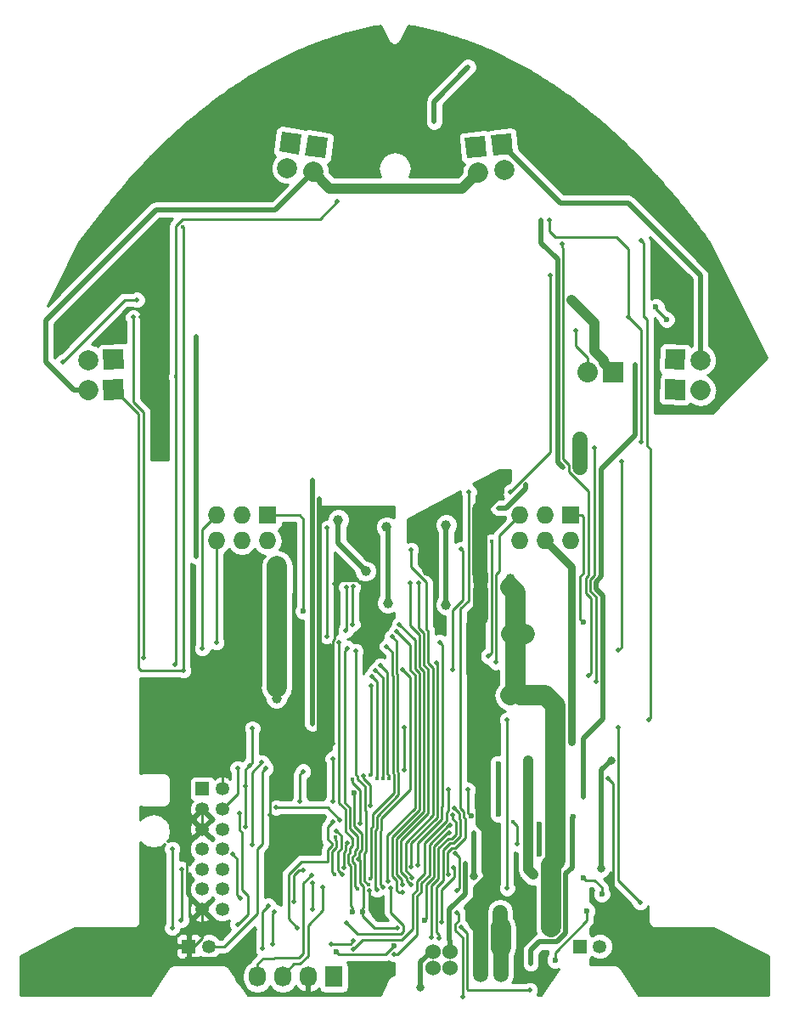
<source format=gbl>
G04 #@! TF.FileFunction,Copper,L2,Bot,Signal*
%FSLAX46Y46*%
G04 Gerber Fmt 4.6, Leading zero omitted, Abs format (unit mm)*
G04 Created by KiCad (PCBNEW 4.0.1-stable) date 2016/10/17 21:23:02*
%MOMM*%
G01*
G04 APERTURE LIST*
%ADD10C,0.100000*%
%ADD11R,1.350000X1.350000*%
%ADD12C,1.350000*%
%ADD13O,1.506220X3.014980*%
%ADD14C,2.000000*%
%ADD15R,1.727200X2.032000*%
%ADD16O,1.727200X2.032000*%
%ADD17R,2.032000X2.032000*%
%ADD18O,2.032000X2.032000*%
%ADD19R,1.727200X1.727200*%
%ADD20O,1.727200X1.727200*%
%ADD21C,2.032000*%
%ADD22C,1.524000*%
%ADD23C,1.000000*%
%ADD24C,1.500000*%
%ADD25C,0.600000*%
%ADD26C,0.500000*%
%ADD27C,0.400000*%
%ADD28C,0.800000*%
%ADD29C,1.500000*%
%ADD30C,2.000000*%
%ADD31C,0.500000*%
%ADD32C,0.250000*%
%ADD33C,1.000000*%
%ADD34C,0.800000*%
%ADD35C,0.254000*%
G04 APERTURE END LIST*
D10*
D11*
X136000000Y-123500000D03*
D12*
X136000000Y-125500000D03*
X136000000Y-127500000D03*
X136000000Y-129500000D03*
X136000000Y-131500000D03*
X136000000Y-133500000D03*
X136000000Y-135500000D03*
X138000000Y-123500000D03*
X138000000Y-125500000D03*
X138000000Y-127500000D03*
X138000000Y-129500000D03*
X138000000Y-131500000D03*
X138000000Y-133500000D03*
X138000000Y-135500000D03*
D13*
X165750000Y-141250000D03*
X163750000Y-141250000D03*
D10*
G36*
X126115710Y-79735509D02*
X128114491Y-79665710D01*
X128184290Y-81664491D01*
X126185509Y-81734290D01*
X126115710Y-79735509D01*
X126115710Y-79735509D01*
G37*
D14*
X124611547Y-80788645D03*
D10*
G36*
X143670559Y-60001095D02*
X143948905Y-58020559D01*
X145929441Y-58298905D01*
X145651095Y-60279441D01*
X143670559Y-60001095D01*
X143670559Y-60001095D01*
G37*
D14*
X144446500Y-61665281D03*
D10*
G36*
X165010007Y-60399050D02*
X164800950Y-58410007D01*
X166789993Y-58200950D01*
X166999050Y-60189993D01*
X165010007Y-60399050D01*
X165010007Y-60399050D01*
G37*
D14*
X166165502Y-61826086D03*
D10*
G36*
X184114491Y-81734290D02*
X182115710Y-81664491D01*
X182185509Y-79665710D01*
X184184290Y-79735509D01*
X184114491Y-81734290D01*
X184114491Y-81734290D01*
G37*
D14*
X185688453Y-80788645D03*
D15*
X149110000Y-142220000D03*
D16*
X146570000Y-142220000D03*
X144030000Y-142220000D03*
X141490000Y-142220000D03*
D17*
X177000000Y-82000000D03*
D18*
X174460000Y-82000000D03*
D19*
X172750000Y-96250000D03*
D20*
X172750000Y-98790000D03*
X170210000Y-96250000D03*
X170210000Y-98790000D03*
X167670000Y-96250000D03*
X167670000Y-98790000D03*
D19*
X142500000Y-96250000D03*
D20*
X142500000Y-98790000D03*
X139960000Y-96250000D03*
X139960000Y-98790000D03*
X137420000Y-96250000D03*
X137420000Y-98790000D03*
D10*
G36*
X184129923Y-84750839D02*
X182099161Y-84679923D01*
X182170077Y-82649161D01*
X184200839Y-82720077D01*
X184129923Y-84750839D01*
X184129923Y-84750839D01*
G37*
D21*
X185688453Y-83788645D02*
X185688453Y-83788645D01*
D10*
G36*
X162370767Y-60666635D02*
X162158365Y-58645767D01*
X164179233Y-58433365D01*
X164391635Y-60454233D01*
X162370767Y-60666635D01*
X162370767Y-60666635D01*
G37*
D21*
X163540502Y-62076086D02*
X163540502Y-62076086D01*
D10*
G36*
X126099161Y-82720077D02*
X128129923Y-82649161D01*
X128200839Y-84679923D01*
X126170077Y-84750839D01*
X126099161Y-82720077D01*
X126099161Y-82720077D01*
G37*
D21*
X124611547Y-83788645D02*
X124611547Y-83788645D01*
D10*
G36*
X146252488Y-60364712D02*
X146535288Y-58352488D01*
X148547512Y-58635288D01*
X148264712Y-60647512D01*
X146252488Y-60364712D01*
X146252488Y-60364712D01*
G37*
D21*
X147046500Y-62015281D02*
X147046500Y-62015281D01*
D22*
X159000000Y-141300000D03*
X159000000Y-139700000D03*
X160750000Y-139700000D03*
X160750000Y-141300000D03*
D11*
X134650000Y-139200000D03*
D12*
X136650000Y-139200000D03*
D11*
X173650000Y-139200000D03*
D12*
X175650000Y-139200000D03*
D23*
X165750000Y-137250000D03*
X165700000Y-135800000D03*
D24*
X165350000Y-92824990D03*
D23*
X149550000Y-96699995D03*
X158400000Y-97200020D03*
X158400000Y-101800000D03*
X152300000Y-101800000D03*
X163750001Y-102849999D03*
X163750001Y-103700000D03*
D14*
X170800000Y-137280000D03*
D23*
X143460000Y-101299997D03*
X143464688Y-103949990D03*
D25*
X175840000Y-133980000D03*
X173970000Y-132330000D03*
D26*
X167412500Y-129012499D03*
D24*
X173647856Y-91459589D03*
X173650224Y-88639354D03*
D23*
X172825544Y-74780180D03*
X143400000Y-114490000D03*
X166700000Y-103400012D03*
X154500000Y-105000000D03*
X154400000Y-97400000D03*
X160300000Y-105175000D03*
X160300000Y-97200000D03*
X166800000Y-108100000D03*
X168200000Y-108100000D03*
X143400000Y-113400000D03*
X143450000Y-107000000D03*
X166700000Y-102600000D03*
X167700000Y-114200000D03*
X166700000Y-114200000D03*
D27*
X167015748Y-126792914D03*
D26*
X170798220Y-131450000D03*
D23*
X171200000Y-128900000D03*
X171200000Y-128900000D03*
D26*
X169770000Y-66870000D03*
X172800000Y-118800000D03*
X171950000Y-91500000D03*
D28*
X176766467Y-120650000D03*
X175772992Y-131398326D03*
D26*
X135400000Y-78450000D03*
X135400000Y-100350000D03*
D25*
X162791754Y-126225911D03*
D26*
X147674998Y-94599945D03*
X153030000Y-103020000D03*
X176500000Y-122500000D03*
X177000000Y-137000000D03*
X149200000Y-103100000D03*
X152704329Y-133660926D03*
X162225041Y-130945143D03*
D25*
X153501563Y-136400002D03*
D26*
X162500000Y-123600000D03*
X142956998Y-123604982D03*
X142746838Y-126087002D03*
X134500000Y-127500000D03*
X138000000Y-119000000D03*
X143000000Y-119000000D03*
X141250000Y-137500000D03*
X131725000Y-140725000D03*
X127575000Y-140725000D03*
X149000000Y-119000000D03*
X168259767Y-93203434D03*
X163080000Y-127860000D03*
X155499994Y-137400000D03*
X151574903Y-130500000D03*
D28*
X163075061Y-132234053D03*
D25*
X151125016Y-123939980D03*
D26*
X146959981Y-95299955D03*
X146975000Y-92775000D03*
X146959981Y-117006579D03*
X146959981Y-98350000D03*
X165500000Y-95500000D03*
D23*
X169000000Y-132050000D03*
X168500000Y-120699140D03*
D26*
X140324980Y-123250000D03*
X140324980Y-127250000D03*
X140694942Y-121171148D03*
D25*
X152000000Y-135780721D03*
D26*
X141000000Y-117500000D03*
X131100000Y-80960000D03*
X179187809Y-81262829D03*
X168750700Y-140900000D03*
X138150000Y-57000000D03*
X174000000Y-124300860D03*
X138200000Y-64750000D03*
X129900000Y-76525000D03*
D25*
X165500000Y-126000000D03*
D28*
X157750000Y-143250000D03*
D25*
X173000000Y-126299999D03*
X172900000Y-130500000D03*
X165500000Y-121000000D03*
D26*
X148990000Y-124720000D03*
X149000000Y-120500000D03*
X141934286Y-120864478D03*
X140950000Y-129100000D03*
D25*
X169580000Y-127024989D03*
X169580000Y-129994988D03*
D26*
X151068401Y-138668401D03*
X148850000Y-138950000D03*
D25*
X155125000Y-139150000D03*
X149350000Y-139725000D03*
D26*
X146022799Y-131600517D03*
X142000025Y-139374980D03*
X142625020Y-135150043D03*
X145165270Y-134773381D03*
X143190714Y-135715737D03*
X143000000Y-139000000D03*
X146959115Y-132849956D03*
X147000000Y-135499975D03*
X161025064Y-131379700D03*
X168650000Y-143550000D03*
X161800000Y-137300000D03*
X159900000Y-136800000D03*
X161222657Y-129940381D03*
X161400000Y-133600000D03*
X161400000Y-135800000D03*
X161950000Y-144250000D03*
X145510000Y-137370000D03*
X149014171Y-126762366D03*
X152785010Y-125200010D03*
X152090000Y-122180000D03*
D25*
X171173051Y-140543051D03*
X174360656Y-135649324D03*
D26*
X156736061Y-103000020D03*
X155938253Y-133072498D03*
X156823392Y-133042216D03*
X157595357Y-103029562D03*
D25*
X174000000Y-106900000D03*
D26*
X156000000Y-111600000D03*
X161800000Y-99600000D03*
X161000000Y-111600000D03*
X154049200Y-133297821D03*
X156938537Y-132351739D03*
X156800000Y-99700000D03*
X150300000Y-107700000D03*
X155361609Y-107788415D03*
X154533786Y-132734783D03*
X150351894Y-103401621D03*
X155944121Y-133827150D03*
X151000000Y-107100000D03*
X155648782Y-107150020D03*
X151050000Y-103350000D03*
D25*
X146100000Y-105800000D03*
D26*
X148425000Y-108300000D03*
X148450000Y-97525000D03*
X154947793Y-108353015D03*
X153396224Y-133550088D03*
X146900000Y-132080000D03*
X148050602Y-133330568D03*
X158850000Y-138300000D03*
X160925108Y-126104505D03*
X161106557Y-125428418D03*
X159604329Y-138393437D03*
X160739670Y-127114820D03*
X155124988Y-139963188D03*
X151100000Y-139449989D03*
X160525009Y-123540000D03*
X151280000Y-109760000D03*
X165300000Y-110900000D03*
D27*
X152600267Y-133019298D03*
X164850000Y-98800002D03*
D26*
X154400000Y-109300000D03*
X164500000Y-110300000D03*
D27*
X152717319Y-132430814D03*
D26*
X150500684Y-109499916D03*
X136000000Y-109500000D03*
D27*
X151500000Y-133500000D03*
D26*
X149654389Y-108941234D03*
X137400000Y-108900000D03*
D25*
X151000000Y-135780721D03*
D26*
X179800000Y-68900000D03*
X166400016Y-116600000D03*
X166396853Y-133400231D03*
X180500000Y-116600000D03*
X162515000Y-51585000D03*
X159125000Y-57025000D03*
X175100000Y-89500000D03*
D27*
X152760000Y-122130000D03*
D26*
X175249980Y-112800000D03*
X152800000Y-113200000D03*
X171919996Y-69170000D03*
D27*
X153401976Y-122478621D03*
D26*
X152900000Y-112300000D03*
X174500000Y-112200000D03*
X129490000Y-74770000D03*
X122090000Y-80940000D03*
X156845053Y-131250000D03*
X130175020Y-110400000D03*
X159333868Y-110938611D03*
X129100000Y-76525000D03*
X149470000Y-65010000D03*
D27*
X154599534Y-122429342D03*
D26*
X133300000Y-111100000D03*
X153800000Y-111200000D03*
D27*
X133350000Y-82450000D03*
D25*
X182290346Y-76730346D03*
X181240000Y-75490000D03*
D26*
X157520859Y-131067509D03*
X177800000Y-90900000D03*
X170610000Y-66820000D03*
X179774990Y-88948357D03*
X177500000Y-109700000D03*
X159700000Y-108900000D03*
X178500000Y-76500000D03*
X170680000Y-72380000D03*
X162600000Y-93899996D03*
X166750000Y-93900000D03*
X160575053Y-132000000D03*
X142317957Y-121449980D03*
X146054876Y-121749980D03*
X145750000Y-124750000D03*
X139699960Y-125896983D03*
X139520709Y-137020709D03*
D27*
X150985020Y-122555020D03*
D26*
X151760006Y-126970000D03*
X150366850Y-136874379D03*
X154775024Y-133391903D03*
D27*
X154001969Y-122483470D03*
X134075019Y-67477959D03*
D26*
X134100000Y-111700000D03*
X153300000Y-111700000D03*
X139512371Y-121449980D03*
X177500000Y-117349996D03*
X156150000Y-117350000D03*
X156150000Y-121650000D03*
X179650000Y-134800000D03*
X133900004Y-136600000D03*
X133924980Y-131500000D03*
X150424404Y-128915461D03*
X150128561Y-131353720D03*
D27*
X149240440Y-128314548D03*
X149160276Y-132002137D03*
D26*
X139811338Y-134394919D03*
X139000000Y-130000000D03*
X149388400Y-127681600D03*
X149939644Y-132027758D03*
D25*
X158200000Y-136600000D03*
D26*
X160600561Y-127890338D03*
X133000000Y-137350000D03*
X133000000Y-129500000D03*
X149690000Y-126580000D03*
X143371840Y-125377119D03*
X173260000Y-77870000D03*
D29*
X165700000Y-135800000D02*
X165700000Y-137200000D01*
X165700000Y-137200000D02*
X165750000Y-137250000D01*
D30*
X165750000Y-139350000D02*
X165750000Y-137250000D01*
D29*
X165750000Y-141250000D02*
X165750000Y-139350000D01*
X165350000Y-92824990D02*
X165350000Y-93952930D01*
X165350000Y-93952930D02*
X163699999Y-95602931D01*
X163699999Y-95602931D02*
X163699999Y-102092891D01*
X163750001Y-102142893D02*
X163750001Y-102849999D01*
X163699999Y-102092891D02*
X163750001Y-102142893D01*
X163750001Y-106473995D02*
X163750001Y-103700000D01*
X163100000Y-107123996D02*
X163750001Y-106473995D01*
X164041755Y-126825912D02*
X164041755Y-112941755D01*
X164041755Y-112941755D02*
X163100000Y-112000000D01*
X165025010Y-132282106D02*
X165025010Y-127809167D01*
X165025010Y-127809167D02*
X164041755Y-126825912D01*
X163750000Y-133557116D02*
X165025010Y-132282106D01*
X163750000Y-141250000D02*
X163750000Y-133557116D01*
X163100000Y-112000000D02*
X163100000Y-107123996D01*
D31*
X149550000Y-99050000D02*
X149550000Y-96699995D01*
X152300000Y-101800000D02*
X149550000Y-99050000D01*
X158400000Y-101800000D02*
X158400000Y-97200020D01*
D30*
X170800000Y-137280000D02*
X170800000Y-131451780D01*
X170800000Y-131451780D02*
X170798220Y-131450000D01*
X143460000Y-101299997D02*
X143460000Y-103945302D01*
X143460000Y-103945302D02*
X143464688Y-103949990D01*
X143450000Y-107000000D02*
X143450000Y-103964678D01*
X143450000Y-103964678D02*
X143464688Y-103949990D01*
D32*
X175139999Y-132629999D02*
X175840000Y-133330000D01*
X175840000Y-133330000D02*
X175840000Y-133980000D01*
X173970000Y-132330000D02*
X174269999Y-132629999D01*
X174269999Y-132629999D02*
X175139999Y-132629999D01*
X167400000Y-128999999D02*
X167412500Y-129012499D01*
X167015748Y-126792914D02*
X167400000Y-127177166D01*
X167400000Y-127177166D02*
X167400000Y-128999999D01*
D29*
X173650224Y-88639354D02*
X173650224Y-91457221D01*
X173650224Y-91457221D02*
X173647856Y-91459589D01*
D33*
X176040000Y-80800000D02*
X176040000Y-81040000D01*
X176040000Y-81040000D02*
X177000000Y-82000000D01*
X175120000Y-79880000D02*
X176040000Y-80800000D01*
X175120000Y-77074636D02*
X175120000Y-79880000D01*
X172825544Y-74780180D02*
X175120000Y-77074636D01*
D30*
X167199999Y-103900011D02*
X166700000Y-103400012D01*
X167199999Y-108100000D02*
X167199999Y-103900011D01*
X171200000Y-130694667D02*
X171200000Y-128900000D01*
X170798220Y-131096447D02*
X171200000Y-130694667D01*
X170798220Y-131450000D02*
X170798220Y-131096447D01*
X170200000Y-114200000D02*
X167700000Y-114200000D01*
X171200000Y-115200000D02*
X170200000Y-114200000D01*
X171200000Y-128900000D02*
X171200000Y-115200000D01*
D31*
X154400000Y-97400000D02*
X154500000Y-97500000D01*
X154500000Y-97500000D02*
X154500000Y-105000000D01*
X160300000Y-97200000D02*
X160300000Y-105175000D01*
D30*
X168200000Y-108100000D02*
X166800000Y-108100000D01*
X167199999Y-113700001D02*
X167199999Y-108100000D01*
X168200000Y-108100000D02*
X167199999Y-108100000D01*
X143400000Y-113400000D02*
X143450000Y-113350000D01*
X143450000Y-113350000D02*
X143450000Y-107000000D01*
X166700000Y-114200000D02*
X167199999Y-113700001D01*
D31*
X169770000Y-69096004D02*
X169770000Y-66870000D01*
X171425011Y-70751015D02*
X169770000Y-69096004D01*
X171425011Y-90975011D02*
X171425011Y-70751015D01*
X171950000Y-91500000D02*
X171425011Y-90975011D01*
D34*
X170210000Y-98790000D02*
X172800010Y-101380010D01*
X172800010Y-101380010D02*
X172800010Y-118799990D01*
X172800010Y-118799990D02*
X172800000Y-118800000D01*
D31*
X175772992Y-121643475D02*
X176766467Y-120650000D01*
X175772992Y-131398326D02*
X175772992Y-121643475D01*
X135400000Y-100350000D02*
X135400000Y-78450000D01*
D32*
X139340000Y-140360000D02*
X139340000Y-142510000D01*
X139340000Y-142510000D02*
X140750000Y-143920000D01*
X140750000Y-143920000D02*
X146136000Y-143920000D01*
X146136000Y-143920000D02*
X146570000Y-143486000D01*
X146570000Y-143486000D02*
X146570000Y-142220000D01*
X139340000Y-140360000D02*
X140640000Y-140360000D01*
X139080000Y-140360000D02*
X139340000Y-140360000D01*
X134050000Y-140725000D02*
X134416001Y-140358999D01*
X134416001Y-140358999D02*
X139078999Y-140358999D01*
X139078999Y-140358999D02*
X139080000Y-140360000D01*
X140640000Y-140360000D02*
X141250000Y-139750000D01*
X141250000Y-139750000D02*
X141250000Y-137500000D01*
X162500000Y-125934157D02*
X162791754Y-126225911D01*
X162500000Y-123600000D02*
X162500000Y-125934157D01*
D31*
X160649987Y-138522357D02*
X160750000Y-138622370D01*
X162225041Y-130945143D02*
X162225041Y-133939149D01*
X160649987Y-135514203D02*
X160649987Y-138522357D01*
X162225041Y-133939149D02*
X160649987Y-135514203D01*
X160750000Y-138622370D02*
X160750000Y-139700000D01*
D32*
X149000000Y-119000000D02*
X149000000Y-108783564D01*
X149000000Y-108783564D02*
X149226817Y-108556747D01*
X149226817Y-108556747D02*
X149226817Y-103126817D01*
X149226817Y-103126817D02*
X149200000Y-103100000D01*
D31*
X147674998Y-117674998D02*
X147674998Y-94599945D01*
X149000000Y-119000000D02*
X147674998Y-117674998D01*
D32*
X151450000Y-102750000D02*
X149550000Y-102750000D01*
X149550000Y-102750000D02*
X149200000Y-103100000D01*
X151720000Y-103020000D02*
X151450000Y-102750000D01*
X153030000Y-103020000D02*
X151720000Y-103020000D01*
X177000000Y-137000000D02*
X177000000Y-123000000D01*
X177000000Y-123000000D02*
X176500000Y-122500000D01*
X134500000Y-127500000D02*
X134500000Y-134000000D01*
X134500000Y-134000000D02*
X136000000Y-135500000D01*
X152704329Y-135602768D02*
X152704329Y-133660926D01*
X153501563Y-136400002D02*
X152704329Y-135602768D01*
D31*
X160750000Y-139700000D02*
X160750000Y-139340365D01*
D32*
X143575013Y-122986967D02*
X142956998Y-123604982D01*
X143575013Y-119575013D02*
X143575013Y-122986967D01*
X142746838Y-123815142D02*
X142956998Y-123604982D01*
X142746838Y-126087002D02*
X142746838Y-123815142D01*
X143000000Y-119000000D02*
X143575013Y-119575013D01*
X138000000Y-119000000D02*
X138000000Y-123500000D01*
X131725000Y-140725000D02*
X134050000Y-140725000D01*
X134050000Y-140725000D02*
X134650000Y-140125000D01*
X134650000Y-140125000D02*
X134650000Y-139200000D01*
X127575000Y-140725000D02*
X131725000Y-140725000D01*
X136000000Y-138369998D02*
X135169998Y-139200000D01*
X135169998Y-139200000D02*
X134650000Y-139200000D01*
X136000000Y-135500000D02*
X136000000Y-138369998D01*
X136000000Y-125500000D02*
X136000000Y-127500000D01*
D31*
X166316754Y-95500000D02*
X168259767Y-93556987D01*
X168259767Y-93556987D02*
X168259767Y-93203434D01*
X165500000Y-95500000D02*
X166316754Y-95500000D01*
X163075061Y-132234053D02*
X163075061Y-127864939D01*
X163075061Y-127864939D02*
X163080000Y-127860000D01*
D32*
X153195015Y-137400000D02*
X155499994Y-137400000D01*
X151674903Y-129788788D02*
X151674903Y-129825097D01*
X151674903Y-129825097D02*
X151649911Y-129850089D01*
X151649911Y-129850089D02*
X151649911Y-130424992D01*
X151649911Y-130424992D02*
X151574903Y-130500000D01*
X151699912Y-132837871D02*
X151699912Y-130625009D01*
X151699912Y-130625009D02*
X151574903Y-130500000D01*
D33*
X161926588Y-63690000D02*
X163540502Y-62076086D01*
X147046500Y-62015281D02*
X148721219Y-63690000D01*
X148721219Y-63690000D02*
X161926588Y-63690000D01*
D31*
X146959981Y-95299955D02*
X146959981Y-98350000D01*
X146975000Y-92775000D02*
X146959981Y-92790019D01*
X146959981Y-92790019D02*
X146959981Y-95299955D01*
D32*
X151674903Y-129788788D02*
X151899428Y-129564263D01*
X151125016Y-124364244D02*
X151125016Y-123939980D01*
X151165024Y-124404252D02*
X151125016Y-124364244D01*
X151899428Y-129564263D02*
X151899428Y-127953206D01*
X151899428Y-127953206D02*
X151165024Y-127218802D01*
X151165024Y-127218802D02*
X151165024Y-124404252D01*
X152000000Y-136204985D02*
X153195015Y-137400000D01*
X152000000Y-135780721D02*
X152000000Y-136204985D01*
D31*
X146959981Y-98350000D02*
X146959981Y-117006579D01*
X143261781Y-65800000D02*
X147046500Y-62015281D01*
X131400000Y-65800000D02*
X143261781Y-65800000D01*
X120400000Y-81013938D02*
X120400000Y-76800000D01*
X120400000Y-76800000D02*
X131400000Y-65800000D01*
X123174707Y-83788645D02*
X120400000Y-81013938D01*
X124611547Y-83788645D02*
X123174707Y-83788645D01*
D33*
X168500000Y-120699140D02*
X168500000Y-131550000D01*
X168500000Y-131550000D02*
X169000000Y-132050000D01*
D32*
X152049956Y-133187915D02*
X151699912Y-132837871D01*
X152049956Y-135306501D02*
X152049956Y-133187915D01*
X152000000Y-135780721D02*
X152000000Y-135356457D01*
X152000000Y-135356457D02*
X152049956Y-135306501D01*
X141000000Y-117500000D02*
X141000000Y-120866090D01*
X140324980Y-127250000D02*
X140324980Y-123250000D01*
X141000000Y-120866090D02*
X140694942Y-121171148D01*
X140324980Y-121541110D02*
X140694942Y-121171148D01*
X140324980Y-123250000D02*
X140324980Y-121541110D01*
X129900000Y-76525000D02*
X129900000Y-79760000D01*
X129900000Y-79760000D02*
X131100000Y-80960000D01*
D31*
X175799978Y-91636024D02*
X179187809Y-88248193D01*
X175799978Y-102333991D02*
X175799978Y-91636024D01*
X175249978Y-103555995D02*
X175249978Y-102883991D01*
X175950024Y-116524007D02*
X175950024Y-104256041D01*
X175950024Y-104256041D02*
X175249978Y-103555995D01*
X174000000Y-118474031D02*
X175950024Y-116524007D01*
X179187809Y-88248193D02*
X179187809Y-81262829D01*
X175249978Y-102883991D02*
X175799978Y-102333991D01*
X174000000Y-124300860D02*
X174000000Y-118474031D01*
X172900000Y-130500000D02*
X172900000Y-131325000D01*
X172900000Y-131325000D02*
X172250008Y-131974992D01*
X172250008Y-131974992D02*
X172250008Y-137900614D01*
X172250008Y-137900614D02*
X171400614Y-138750008D01*
X171400614Y-138750008D02*
X169599992Y-138750008D01*
X169599992Y-138750008D02*
X168750700Y-139599300D01*
X168750700Y-139599300D02*
X168750700Y-140900000D01*
X138150000Y-57000000D02*
X138150000Y-64700000D01*
X138150000Y-64700000D02*
X138200000Y-64750000D01*
X157750000Y-140773999D02*
X158823999Y-139700000D01*
X157750000Y-143250000D02*
X157750000Y-140773999D01*
X158823999Y-139700000D02*
X159000000Y-139700000D01*
X165500000Y-121000000D02*
X165500000Y-126000000D01*
X172900000Y-130500000D02*
X172900000Y-126399999D01*
X172900000Y-126399999D02*
X173000000Y-126299999D01*
D32*
X149000000Y-124710000D02*
X148990000Y-124720000D01*
X149000000Y-120500000D02*
X149000000Y-124710000D01*
X140950000Y-129100000D02*
X140950000Y-121848764D01*
X140950000Y-121848764D02*
X141934286Y-120864478D01*
D31*
X169580000Y-129994988D02*
X169580000Y-127024989D01*
D32*
X148850000Y-138950000D02*
X150786802Y-138950000D01*
X150786802Y-138950000D02*
X151068401Y-138668401D01*
X149350000Y-139725000D02*
X149649999Y-140024999D01*
X149649999Y-140024999D02*
X154250001Y-140024999D01*
X154250001Y-140024999D02*
X155125000Y-139150000D01*
X145165270Y-134773381D02*
X145165270Y-132104493D01*
X145165270Y-132104493D02*
X145669246Y-131600517D01*
X145669246Y-131600517D02*
X146022799Y-131600517D01*
X142625020Y-135150043D02*
X142000025Y-135775038D01*
X142000025Y-135775038D02*
X142000025Y-139374980D01*
X143000000Y-135906451D02*
X143190714Y-135715737D01*
X143000000Y-139000000D02*
X143000000Y-135906451D01*
X147000000Y-135499975D02*
X147000000Y-132890841D01*
X147000000Y-132890841D02*
X146959115Y-132849956D01*
X161150055Y-132276002D02*
X161150055Y-131504691D01*
X159900000Y-133526057D02*
X161150055Y-132276002D01*
X159900000Y-136800000D02*
X159900000Y-133526057D01*
X161150055Y-131504691D02*
X161025064Y-131379700D01*
X161800000Y-137300000D02*
X162400000Y-137900000D01*
X162400000Y-137900000D02*
X162400000Y-143449998D01*
X162500002Y-143550000D02*
X168650000Y-143550000D01*
X162400000Y-143449998D02*
X162500002Y-143550000D01*
X161649999Y-130367723D02*
X161222657Y-129940381D01*
X161400000Y-133600000D02*
X161649999Y-133350001D01*
X161649999Y-133350001D02*
X161649999Y-130367723D01*
X161224998Y-136975002D02*
X161549991Y-136650009D01*
X161224998Y-137576002D02*
X161224998Y-136975002D01*
X161950000Y-138301004D02*
X161224998Y-137576002D01*
X161950000Y-144250000D02*
X161950000Y-138301004D01*
X161549991Y-136650009D02*
X161549991Y-135949991D01*
X161549991Y-135949991D02*
X161400000Y-135800000D01*
X148510268Y-130719732D02*
X145913621Y-130719732D01*
X145913621Y-130719732D02*
X144590269Y-132043084D01*
X144590269Y-132043084D02*
X144590269Y-136450269D01*
X144590269Y-136450269D02*
X145510000Y-137370000D01*
X148510268Y-129547015D02*
X148510268Y-130719732D01*
X148949363Y-128942723D02*
X148949363Y-129107920D01*
X148949363Y-129107920D02*
X148510268Y-129547015D01*
X148510267Y-128503627D02*
X148949363Y-128942723D01*
X149014171Y-126762366D02*
X148510267Y-127266270D01*
X148510267Y-127266270D02*
X148510267Y-128503627D01*
X152785010Y-123147168D02*
X152785010Y-125200010D01*
X152090000Y-122452158D02*
X152785010Y-123147168D01*
X152090000Y-122180000D02*
X152090000Y-122452158D01*
D31*
X165900000Y-59300000D02*
X171700000Y-65100000D01*
X171700000Y-65100000D02*
X178450000Y-65100000D01*
X178450000Y-65100000D02*
X185688453Y-72338453D01*
X185688453Y-72338453D02*
X185688453Y-80788645D01*
D32*
X174360656Y-136603152D02*
X171173051Y-139790757D01*
X171173051Y-139790757D02*
X171173051Y-140543051D01*
X174360656Y-135649324D02*
X174360656Y-136603152D01*
X155913525Y-133047770D02*
X155913525Y-132532794D01*
X155938253Y-133072498D02*
X155913525Y-133047770D01*
X156736061Y-107248646D02*
X156736061Y-103000020D01*
X157650033Y-108162618D02*
X156736061Y-107248646D01*
X157650033Y-111340800D02*
X157650033Y-108162618D01*
X158100033Y-111790800D02*
X157650033Y-111340800D01*
X158100033Y-125759200D02*
X158100033Y-111790800D01*
X155370011Y-128489222D02*
X158100033Y-125759200D01*
X155370011Y-131989280D02*
X155370011Y-128489222D01*
X155913525Y-132532794D02*
X155370011Y-131989280D01*
X158550044Y-125945600D02*
X155820022Y-128675621D01*
X156778012Y-133042216D02*
X156823392Y-133042216D01*
X156363536Y-132627740D02*
X156778012Y-133042216D01*
X158100044Y-111154400D02*
X158550044Y-111604400D01*
X156363536Y-132346394D02*
X156363536Y-132627740D01*
X155820022Y-131802880D02*
X156363536Y-132346394D01*
X158100044Y-107976218D02*
X158100044Y-111154400D01*
X157595357Y-107471532D02*
X158100044Y-107976218D01*
X157595357Y-103029562D02*
X157595357Y-107471532D01*
X155820022Y-128675621D02*
X155820022Y-131802880D01*
X158550044Y-111604400D02*
X158550044Y-125945600D01*
X174000000Y-96386400D02*
X174000000Y-102047961D01*
X173863600Y-96250000D02*
X174000000Y-96386400D01*
X172750000Y-96250000D02*
X173863600Y-96250000D01*
X174000000Y-102047961D02*
X173700001Y-102347960D01*
X173700001Y-102347960D02*
X173700001Y-106600001D01*
X173700001Y-106600001D02*
X174000000Y-106900000D01*
X156750000Y-123542820D02*
X153865034Y-126427786D01*
X156750000Y-112350000D02*
X156750000Y-123542820D01*
X153799201Y-133047822D02*
X154049200Y-133297821D01*
X153865034Y-126427786D02*
X153865034Y-127625201D01*
X156000000Y-111600000D02*
X156750000Y-112350000D01*
X153799201Y-127691034D02*
X153799201Y-133047822D01*
X153865034Y-127625201D02*
X153799201Y-127691034D01*
X161800000Y-99600000D02*
X162000004Y-99800004D01*
X162000004Y-99800004D02*
X162000004Y-104696002D01*
X162000004Y-104696002D02*
X161000000Y-105696006D01*
X161000000Y-105696006D02*
X161000000Y-111600000D01*
X156270033Y-131583461D02*
X156938537Y-132251965D01*
X158550055Y-110968000D02*
X159000055Y-111418000D01*
X158300010Y-107539773D02*
X158550055Y-107789818D01*
X156800000Y-99700000D02*
X156800000Y-101421004D01*
X159000055Y-126132000D02*
X156270033Y-128862022D01*
X159000055Y-111418000D02*
X159000055Y-126132000D01*
X156800000Y-101421004D02*
X158300010Y-102921014D01*
X156270033Y-128862022D02*
X156270033Y-131583461D01*
X156938537Y-132251965D02*
X156938537Y-132351739D01*
X158550055Y-107789818D02*
X158550055Y-110968000D01*
X158300010Y-102921014D02*
X158300010Y-107539773D01*
X154533786Y-132734783D02*
X154460000Y-132660997D01*
X154460000Y-128126411D02*
X157200011Y-125386400D01*
X154460000Y-132660997D02*
X154460000Y-128126411D01*
X157200011Y-125386400D02*
X157200011Y-112163600D01*
X157200011Y-112163600D02*
X156750011Y-111713600D01*
X156750011Y-111713600D02*
X156750011Y-109176817D01*
X156750011Y-109176817D02*
X155361609Y-107788415D01*
X150300000Y-107700000D02*
X150361730Y-107638270D01*
X150361730Y-107638270D02*
X150361730Y-103411457D01*
X150361730Y-103411457D02*
X150351894Y-103401621D01*
X154920000Y-132175680D02*
X155363239Y-132618919D01*
X155363239Y-133599821D02*
X155590568Y-133827150D01*
X157200022Y-111527200D02*
X157650022Y-111977200D01*
X157650022Y-111977200D02*
X157650022Y-125572800D01*
X157200022Y-108701260D02*
X157200022Y-111527200D01*
X155648782Y-107150020D02*
X157200022Y-108701260D01*
X155590568Y-133827150D02*
X155944121Y-133827150D01*
X157650022Y-125572800D02*
X154920000Y-128302822D01*
X154920000Y-128302822D02*
X154920000Y-132175680D01*
X155363239Y-132618919D02*
X155363239Y-133599821D01*
X151000000Y-107100000D02*
X151000000Y-103400000D01*
X151000000Y-103400000D02*
X151050000Y-103350000D01*
X146100000Y-105800000D02*
X146100000Y-96600000D01*
X146100000Y-96600000D02*
X145750000Y-96250000D01*
X145750000Y-96250000D02*
X142500000Y-96250000D01*
X155403842Y-108809064D02*
X154947793Y-108353015D01*
X155574546Y-121875464D02*
X155460873Y-121761791D01*
X155403842Y-112022978D02*
X155403842Y-108809064D01*
X153260011Y-127593813D02*
X153415023Y-127438801D01*
X153415023Y-127438801D02*
X153415023Y-126241387D01*
X155460873Y-112080009D02*
X155403842Y-112022978D01*
X155574546Y-124081865D02*
X155574546Y-121875464D01*
X153415023Y-126241387D02*
X155574546Y-124081865D01*
X153396224Y-133550088D02*
X153260011Y-133413875D01*
X153260011Y-133413875D02*
X153260011Y-127593813D01*
X155460873Y-121761791D02*
X155460873Y-112080009D01*
X148450000Y-108275000D02*
X148425000Y-108300000D01*
X148450000Y-97525000D02*
X148450000Y-108275000D01*
X146900000Y-132080000D02*
X146085001Y-132894999D01*
X146085001Y-132894999D02*
X146085001Y-139934999D01*
X146085001Y-139934999D02*
X145660000Y-140360000D01*
X143177600Y-140380000D02*
X142064000Y-140380000D01*
X145660000Y-140360000D02*
X143197600Y-140360000D01*
X143197600Y-140360000D02*
X143177600Y-140380000D01*
X142064000Y-140380000D02*
X141490000Y-140954000D01*
X141490000Y-140954000D02*
X141490000Y-142220000D01*
X146535011Y-137084989D02*
X148050602Y-135569398D01*
X148050602Y-135569398D02*
X148050602Y-133330568D01*
X146535011Y-140121399D02*
X146535011Y-137084989D01*
X144030000Y-142220000D02*
X144030000Y-142067600D01*
X144030000Y-142067600D02*
X145143600Y-140954000D01*
X145143600Y-140954000D02*
X145702410Y-140954000D01*
X145702410Y-140954000D02*
X146535011Y-140121399D01*
X158850000Y-133162587D02*
X158850000Y-138300000D01*
X159550022Y-132462565D02*
X158850000Y-133162587D01*
X160925108Y-126458058D02*
X161314672Y-126847622D01*
X160876562Y-128465339D02*
X160510152Y-128465339D01*
X159550022Y-129425469D02*
X159550022Y-132462565D01*
X160510152Y-128465339D02*
X159550022Y-129425469D01*
X161314672Y-128027229D02*
X160876562Y-128465339D01*
X161314672Y-126847622D02*
X161314672Y-128027229D01*
X160925108Y-126104505D02*
X160925108Y-126458058D01*
X161764683Y-128213629D02*
X161764683Y-126648259D01*
X161062962Y-128915350D02*
X161764683Y-128213629D01*
X161764683Y-126648259D02*
X161598961Y-126482537D01*
X161598961Y-126482537D02*
X161598961Y-125920822D01*
X160696552Y-128915350D02*
X161062962Y-128915350D01*
X159324967Y-137760522D02*
X159324967Y-133324031D01*
X159604329Y-138039884D02*
X159324967Y-137760522D01*
X161598961Y-125920822D02*
X161106557Y-125428418D01*
X160000033Y-132648965D02*
X160000033Y-129611869D01*
X159604329Y-138393437D02*
X159604329Y-138039884D01*
X159324967Y-133324031D02*
X160000033Y-132648965D01*
X160000033Y-129611869D02*
X160696552Y-128915350D01*
X158650000Y-129027695D02*
X160562879Y-127114820D01*
X155478541Y-139963188D02*
X157395680Y-138046049D01*
X157849087Y-133755672D02*
X157849087Y-132890678D01*
X157849087Y-132890678D02*
X158650000Y-132089765D01*
X157395680Y-134209079D02*
X157849087Y-133755672D01*
X155124988Y-139963188D02*
X155478541Y-139963188D01*
X160562879Y-127114820D02*
X160739670Y-127114820D01*
X157395680Y-138046049D02*
X157395680Y-134209079D01*
X158650000Y-132089765D02*
X158650000Y-129027695D01*
X156945670Y-134022679D02*
X156945670Y-137441736D01*
X156945670Y-137441736D02*
X155862407Y-138524999D01*
X155862407Y-138524999D02*
X152024990Y-138524999D01*
X152024990Y-138524999D02*
X151100000Y-139449989D01*
X158150000Y-128891287D02*
X158150000Y-131953355D01*
X158150000Y-131953355D02*
X157399078Y-132704277D01*
X157399078Y-132704277D02*
X157399078Y-133569271D01*
X157399078Y-133569271D02*
X156945670Y-134022679D01*
X160350107Y-125828504D02*
X160350107Y-126691180D01*
X160350107Y-126691180D02*
X158150000Y-128891287D01*
X160525009Y-123540000D02*
X160525009Y-125653602D01*
X160525009Y-125653602D02*
X160350107Y-125828504D01*
X152149923Y-132640502D02*
X152528719Y-133019298D01*
X152355001Y-125753999D02*
X152355001Y-129745101D01*
X151510022Y-122508591D02*
X152210005Y-123208574D01*
X152210005Y-125609003D02*
X152355001Y-125753999D01*
X151280000Y-122027976D02*
X151510022Y-122257998D01*
X152528719Y-133019298D02*
X152600267Y-133019298D01*
X152149923Y-129950179D02*
X152149923Y-132640502D01*
X152210005Y-123208574D02*
X152210005Y-125609003D01*
X151280000Y-109760000D02*
X151280000Y-122027976D01*
X152355001Y-129745101D02*
X152149923Y-129950179D01*
X151510022Y-122257998D02*
X151510022Y-122508591D01*
X165300000Y-110900000D02*
X165300000Y-102126152D01*
X165300000Y-102126152D02*
X165650000Y-101776152D01*
X165650000Y-101776152D02*
X165650000Y-98270000D01*
X165650000Y-98270000D02*
X167670000Y-96250000D01*
X154999023Y-112254570D02*
X154999023Y-121936352D01*
X152810000Y-132340000D02*
X152750000Y-132400000D01*
X154400000Y-109300000D02*
X154953831Y-109853831D01*
X155124535Y-123895465D02*
X152965012Y-126054988D01*
X155124535Y-122061864D02*
X155124535Y-123895465D01*
X152965012Y-126054988D02*
X152965012Y-127252401D01*
X152750000Y-132400000D02*
X152748133Y-132400000D01*
X152748133Y-132400000D02*
X152717319Y-132430814D01*
X152810000Y-127407413D02*
X152810000Y-132340000D01*
X154953831Y-109853831D02*
X154953831Y-112209378D01*
X154953831Y-112209378D02*
X154999023Y-112254570D01*
X152965012Y-127252401D02*
X152810000Y-127407413D01*
X154999023Y-121936352D02*
X155124535Y-122061864D01*
X164850000Y-109950000D02*
X164850000Y-98800002D01*
X164500000Y-110300000D02*
X164850000Y-109950000D01*
X150999901Y-130776002D02*
X150999901Y-130239436D01*
X151449417Y-129377863D02*
X151449417Y-128226830D01*
X150715013Y-127492426D02*
X150715013Y-125356467D01*
X151199901Y-129627379D02*
X151449417Y-129377863D01*
X151249901Y-133249901D02*
X151249901Y-131026002D01*
X151449417Y-128226830D02*
X150715013Y-127492426D01*
X151500000Y-133500000D02*
X151249901Y-133249901D01*
X150250685Y-124892139D02*
X150250685Y-109749915D01*
X150999901Y-130239436D02*
X151199901Y-130039436D01*
X151199901Y-130039436D02*
X151199901Y-129627379D01*
X150715013Y-125356467D02*
X150250685Y-124892139D01*
X151249901Y-131026002D02*
X150999901Y-130776002D01*
X150250685Y-109749915D02*
X150500684Y-109499916D01*
X136000000Y-97670000D02*
X136000000Y-109500000D01*
X136000000Y-97670000D02*
X137420000Y-96250000D01*
X150749890Y-129853036D02*
X150749890Y-129440979D01*
X150749890Y-129440979D02*
X150999406Y-129191463D01*
X150799890Y-131212402D02*
X150549890Y-130962402D01*
X150799890Y-135156347D02*
X150799890Y-131212402D01*
X149654389Y-124932254D02*
X149654389Y-108941234D01*
X150999406Y-129191463D02*
X150999406Y-128479406D01*
X151000000Y-135780721D02*
X151000000Y-135356457D01*
X150999406Y-128479406D02*
X150265002Y-127745002D01*
X150549890Y-130053036D02*
X150749890Y-129853036D01*
X150265002Y-127745002D02*
X150265002Y-125542867D01*
X151000000Y-135356457D02*
X150799890Y-135156347D01*
X150549890Y-130962402D02*
X150549890Y-130053036D01*
X150265002Y-125542867D02*
X149654389Y-124932254D01*
X137420000Y-98790000D02*
X137420000Y-108880000D01*
X137420000Y-108880000D02*
X137400000Y-108900000D01*
X180049999Y-69149999D02*
X179800000Y-68900000D01*
X180650000Y-89649980D02*
X180350010Y-89349990D01*
X180500000Y-116600000D02*
X180650000Y-116450000D01*
X180650000Y-116450000D02*
X180650000Y-89649980D01*
X180000000Y-76449990D02*
X180000000Y-69199998D01*
X180350010Y-89349990D02*
X180350010Y-76713600D01*
X180350010Y-76713600D02*
X180086400Y-76449990D01*
X180086400Y-76449990D02*
X180000000Y-76449990D01*
X180000000Y-69199998D02*
X180049999Y-69149999D01*
X166396853Y-116603163D02*
X166400016Y-116600000D01*
X166396853Y-133400231D02*
X166396853Y-116603163D01*
D31*
X159150000Y-55000000D02*
X159150000Y-54950000D01*
X159150000Y-54950000D02*
X162515000Y-51585000D01*
X159125000Y-57025000D02*
X159125000Y-55025000D01*
X159125000Y-55025000D02*
X159150000Y-55000000D01*
D32*
X175100000Y-102220781D02*
X175100000Y-89500000D01*
X174674968Y-102645813D02*
X175100000Y-102220781D01*
X175249980Y-104369185D02*
X174674967Y-103794172D01*
X174674967Y-103794172D02*
X174674968Y-102645813D01*
X175249980Y-112800000D02*
X175249980Y-104369185D01*
X152760000Y-122130000D02*
X152800000Y-122090000D01*
X152800000Y-122090000D02*
X152800000Y-113200000D01*
X174749999Y-111950001D02*
X174500000Y-112200000D01*
X171919996Y-69523553D02*
X172000022Y-69603579D01*
X174474958Y-102209413D02*
X174224958Y-102459414D01*
X174749999Y-104505614D02*
X174749999Y-111950001D01*
X171919996Y-69170000D02*
X171919996Y-69523553D01*
X172000022Y-90653404D02*
X172572846Y-91226228D01*
X172572846Y-91916023D02*
X174474958Y-93818135D01*
X172572846Y-91226228D02*
X172572846Y-91916023D01*
X174224958Y-102459414D02*
X174224958Y-103980573D01*
X174474958Y-93818135D02*
X174474958Y-102209413D01*
X172000022Y-69603579D02*
X172000022Y-90653404D01*
X174224958Y-103980573D02*
X174749999Y-104505614D01*
X153401976Y-112801976D02*
X153401976Y-122478621D01*
X152900000Y-112300000D02*
X153401976Y-112801976D01*
X122090000Y-80940000D02*
X128260000Y-74770000D01*
X128260000Y-74770000D02*
X129490000Y-74770000D01*
X159450066Y-126318400D02*
X156845053Y-128923413D01*
X159333868Y-110938611D02*
X159450066Y-111054809D01*
X156845053Y-128923413D02*
X156845053Y-131250000D01*
X159450066Y-111054809D02*
X159450066Y-126318400D01*
X130175020Y-85988610D02*
X130175020Y-110400000D01*
X129100000Y-84913590D02*
X130175020Y-85988610D01*
X129100000Y-76525000D02*
X129100000Y-84913590D01*
X147730000Y-66750000D02*
X149470000Y-65010000D01*
X134000000Y-66750000D02*
X147730000Y-66750000D01*
X133350000Y-67400000D02*
X134000000Y-66750000D01*
X133350000Y-82450000D02*
X133350000Y-67400000D01*
X154599534Y-122146500D02*
X154599534Y-122429342D01*
X154465327Y-122012293D02*
X154599534Y-122146500D01*
X153800000Y-111200000D02*
X154465327Y-111865327D01*
X154465327Y-111865327D02*
X154465327Y-122012293D01*
X148200000Y-59500000D02*
X147400000Y-59500000D01*
X133350000Y-111050000D02*
X133350000Y-82450000D01*
X133300000Y-111100000D02*
X133350000Y-111050000D01*
X182290346Y-76730346D02*
X181240000Y-75680000D01*
X181240000Y-75680000D02*
X181240000Y-75490000D01*
X157520859Y-128884018D02*
X157520859Y-131067509D01*
X177800000Y-109400000D02*
X177800000Y-90900000D01*
X177500000Y-109700000D02*
X177800000Y-109400000D01*
X178500000Y-76500000D02*
X178500000Y-69700000D01*
X178500000Y-69700000D02*
X177340000Y-68540000D01*
X177340000Y-68540000D02*
X171240000Y-68540000D01*
X171240000Y-68540000D02*
X170610000Y-67910000D01*
X170610000Y-67910000D02*
X170610000Y-66820000D01*
X159700000Y-108900000D02*
X159949999Y-109149999D01*
X159900077Y-126504800D02*
X157520859Y-128884018D01*
X159949999Y-109149999D02*
X159949999Y-125238464D01*
X159900077Y-125288386D02*
X159900077Y-126504800D01*
X159949999Y-125238464D02*
X159900077Y-125288386D01*
X178500000Y-76500000D02*
X179774990Y-77774990D01*
X179774990Y-77774990D02*
X179774990Y-88948357D01*
X170680000Y-89970000D02*
X170680000Y-72380000D01*
X166750000Y-93900000D02*
X170680000Y-89970000D01*
X162600000Y-104732417D02*
X162600000Y-93899996D01*
X161763609Y-105568808D02*
X162600000Y-104732417D01*
X161763609Y-125449059D02*
X161763609Y-105568808D01*
X162048972Y-125734422D02*
X161763609Y-125449059D01*
X160882952Y-129365361D02*
X161249362Y-129365361D01*
X162048972Y-126296137D02*
X162048972Y-125734422D01*
X162166773Y-126413938D02*
X162048972Y-126296137D01*
X162166773Y-126418097D02*
X162166773Y-126413938D01*
X162214694Y-126466018D02*
X162166773Y-126418097D01*
X161249362Y-129365361D02*
X162214694Y-128400029D01*
X160450044Y-131874991D02*
X160450044Y-129798269D01*
X162214694Y-128400029D02*
X162214694Y-126466018D01*
X160575053Y-132000000D02*
X160450044Y-131874991D01*
X160450044Y-129798269D02*
X160882952Y-129365361D01*
X138225329Y-139200000D02*
X141500000Y-135925329D01*
X141966605Y-129008397D02*
X141966605Y-121801332D01*
X141500000Y-129475002D02*
X141966605Y-129008397D01*
X141966605Y-121801332D02*
X142317957Y-121449980D01*
X141500000Y-135925329D02*
X141500000Y-129475002D01*
X136650000Y-139200000D02*
X138225329Y-139200000D01*
X145750000Y-122054856D02*
X146054876Y-121749980D01*
X145750000Y-124750000D02*
X145750000Y-122054856D01*
X139520709Y-137020709D02*
X140549989Y-135991429D01*
X140000000Y-127850024D02*
X139699960Y-127549984D01*
X139699960Y-127549984D02*
X139699960Y-125896983D01*
X140549989Y-134124985D02*
X140000000Y-133574996D01*
X140549989Y-135991429D02*
X140549989Y-134124985D01*
X140000000Y-133574996D02*
X140000000Y-127850024D01*
X151759994Y-123657816D02*
X150985020Y-122882842D01*
X151760006Y-126616447D02*
X151759994Y-126616435D01*
X151760006Y-126970000D02*
X151760006Y-126616447D01*
X151759994Y-126616435D02*
X151759994Y-123657816D01*
X150985020Y-122882842D02*
X150985020Y-122555020D01*
X154775024Y-133391903D02*
X154775024Y-135824028D01*
X154775024Y-135824028D02*
X156074995Y-137123999D01*
X156074995Y-137123999D02*
X156074995Y-137676001D01*
X156074995Y-137676001D02*
X155775995Y-137975001D01*
X155775995Y-137975001D02*
X151467472Y-137975001D01*
X151467472Y-137975001D02*
X150366850Y-136874379D01*
X154001969Y-112401969D02*
X154001969Y-122483470D01*
X153300000Y-111700000D02*
X154001969Y-112401969D01*
X127150000Y-83700000D02*
X129600000Y-86150000D01*
X129600000Y-86150000D02*
X129600000Y-111450000D01*
X129600000Y-111450000D02*
X129850000Y-111700000D01*
X129850000Y-111700000D02*
X134100000Y-111700000D01*
X134100000Y-111700000D02*
X134100000Y-67502940D01*
X134100000Y-67502940D02*
X134075019Y-67477959D01*
X138000000Y-125500000D02*
X139512371Y-123987629D01*
X139512371Y-123987629D02*
X139512371Y-121449980D01*
X179650000Y-134800000D02*
X177500000Y-132650000D01*
X177500000Y-132650000D02*
X177500000Y-117349996D01*
X156150000Y-121650000D02*
X156150000Y-117350000D01*
X133924980Y-136575024D02*
X133900004Y-136600000D01*
X133924980Y-131500000D02*
X133924980Y-136575024D01*
X150299395Y-129040470D02*
X150424404Y-128915461D01*
X150099879Y-129866636D02*
X150299395Y-129667120D01*
X150128561Y-131353720D02*
X150099879Y-131325038D01*
X150099879Y-131325038D02*
X150099879Y-129866636D01*
X150299395Y-129667120D02*
X150299395Y-129040470D01*
X148960277Y-129733416D02*
X149399373Y-129294320D01*
X149399373Y-129294320D02*
X149399373Y-128756323D01*
X149399373Y-128756323D02*
X149240440Y-128597390D01*
X149160276Y-132002137D02*
X148960277Y-131802138D01*
X149240440Y-128597390D02*
X149240440Y-128314548D01*
X148960277Y-131802138D02*
X148960277Y-129733416D01*
X139000000Y-130000000D02*
X139500000Y-130500000D01*
X139500000Y-134083581D02*
X139811338Y-134394919D01*
X139500000Y-130500000D02*
X139500000Y-134083581D01*
X149849384Y-128142584D02*
X149388400Y-127681600D01*
X149553560Y-129776543D02*
X149849384Y-129480720D01*
X149553560Y-131641674D02*
X149553560Y-129776543D01*
X149939644Y-132027758D02*
X149553560Y-131641674D01*
X149849384Y-129480720D02*
X149849384Y-128142584D01*
X160600561Y-127890338D02*
X160430561Y-127890338D01*
X160430561Y-127890338D02*
X159100011Y-129220888D01*
X159100011Y-129220888D02*
X159100011Y-132276165D01*
X159100011Y-132276165D02*
X158350000Y-133026176D01*
X158350000Y-133026176D02*
X158350000Y-136450000D01*
X158350000Y-136450000D02*
X158200000Y-136600000D01*
X133000000Y-129500000D02*
X133000000Y-137350000D01*
X148487119Y-125377119D02*
X149690000Y-126580000D01*
X143371840Y-125377119D02*
X148487119Y-125377119D01*
X174460000Y-82000000D02*
X174460000Y-80563160D01*
X173260000Y-79363160D02*
X173260000Y-77870000D01*
X174460000Y-80563160D02*
X173260000Y-79363160D01*
D35*
G36*
X129924270Y-128930430D02*
X130487144Y-129306531D01*
X131151100Y-129438600D01*
X131815056Y-129306531D01*
X132239963Y-129022617D01*
X132115154Y-129323190D01*
X132114847Y-129675265D01*
X132240000Y-129978159D01*
X132240000Y-136872527D01*
X132115154Y-137173190D01*
X132114847Y-137525265D01*
X132249296Y-137850657D01*
X132498033Y-138099829D01*
X132823190Y-138234846D01*
X133175265Y-138235153D01*
X133500657Y-138100704D01*
X133749829Y-137851967D01*
X133884846Y-137526810D01*
X133884882Y-137484987D01*
X134075269Y-137485153D01*
X134400661Y-137350704D01*
X134649833Y-137101967D01*
X134784850Y-136776810D01*
X134785157Y-136424735D01*
X134782022Y-136417147D01*
X135262458Y-136417147D01*
X135321219Y-136650328D01*
X135813100Y-136822522D01*
X136333434Y-136793375D01*
X136678781Y-136650328D01*
X136737542Y-136417147D01*
X136000000Y-135679605D01*
X135262458Y-136417147D01*
X134782022Y-136417147D01*
X134684980Y-136182288D01*
X134684980Y-135447026D01*
X134706625Y-135833434D01*
X134849672Y-136178781D01*
X135082853Y-136237542D01*
X135820395Y-135500000D01*
X135082853Y-134762458D01*
X134849672Y-134821219D01*
X134684980Y-135291670D01*
X134684980Y-131977473D01*
X134732540Y-131862935D01*
X134888789Y-132241086D01*
X135147380Y-132500129D01*
X134890084Y-132756976D01*
X134690228Y-133238282D01*
X134689774Y-133759432D01*
X134888789Y-134241086D01*
X135256976Y-134609916D01*
X135312631Y-134633026D01*
X136000000Y-135320395D01*
X136686721Y-134633674D01*
X136741086Y-134611211D01*
X137000129Y-134352620D01*
X137147380Y-134500129D01*
X136890084Y-134756976D01*
X136866974Y-134812631D01*
X136179605Y-135500000D01*
X136866326Y-136186721D01*
X136888789Y-136241086D01*
X137256976Y-136609916D01*
X137738282Y-136809772D01*
X138259432Y-136810226D01*
X138730702Y-136615502D01*
X138635863Y-136843899D01*
X138635556Y-137195974D01*
X138770005Y-137521366D01*
X138799557Y-137550970D01*
X137910527Y-138440000D01*
X137742330Y-138440000D01*
X137393024Y-138090084D01*
X136911718Y-137890228D01*
X136390568Y-137889774D01*
X135908914Y-138088789D01*
X135847811Y-138149786D01*
X135684699Y-137986673D01*
X135451310Y-137890000D01*
X134935750Y-137890000D01*
X134777000Y-138048750D01*
X134777000Y-139073000D01*
X134797000Y-139073000D01*
X134797000Y-139327000D01*
X134777000Y-139327000D01*
X134777000Y-140351250D01*
X134935750Y-140510000D01*
X135451310Y-140510000D01*
X135684699Y-140413327D01*
X135847594Y-140250431D01*
X135906976Y-140309916D01*
X136388282Y-140509772D01*
X136909432Y-140510226D01*
X137391086Y-140311211D01*
X137742910Y-139960000D01*
X138225329Y-139960000D01*
X138516168Y-139902148D01*
X138762730Y-139737401D01*
X141240025Y-137260106D01*
X141240025Y-138897507D01*
X141115179Y-139198170D01*
X141114872Y-139550245D01*
X141249321Y-139875637D01*
X141371334Y-139997864D01*
X140952599Y-140416599D01*
X140787852Y-140663161D01*
X140770983Y-140747968D01*
X140430330Y-140975585D01*
X140105474Y-141461766D01*
X139991400Y-142035255D01*
X139991400Y-142404745D01*
X140105474Y-142978234D01*
X140430330Y-143464415D01*
X140916511Y-143789271D01*
X141490000Y-143903345D01*
X142063489Y-143789271D01*
X142549670Y-143464415D01*
X142760000Y-143149634D01*
X142970330Y-143464415D01*
X143456511Y-143789271D01*
X144030000Y-143903345D01*
X144603489Y-143789271D01*
X145089670Y-143464415D01*
X145296461Y-143154931D01*
X145667964Y-143570732D01*
X146195209Y-143824709D01*
X146210974Y-143827358D01*
X146443000Y-143706217D01*
X146443000Y-142347000D01*
X146423000Y-142347000D01*
X146423000Y-142093000D01*
X146443000Y-142093000D01*
X146443000Y-142073000D01*
X146697000Y-142073000D01*
X146697000Y-142093000D01*
X146717000Y-142093000D01*
X146717000Y-142347000D01*
X146697000Y-142347000D01*
X146697000Y-143706217D01*
X146929026Y-143827358D01*
X146944791Y-143824709D01*
X147472036Y-143570732D01*
X147628907Y-143395155D01*
X147643238Y-143471317D01*
X147782310Y-143687441D01*
X147994510Y-143832431D01*
X148246400Y-143883440D01*
X149973600Y-143883440D01*
X150208917Y-143839162D01*
X150425041Y-143700090D01*
X150570031Y-143487890D01*
X150621040Y-143236000D01*
X150621040Y-141204000D01*
X150576762Y-140968683D01*
X150458565Y-140784999D01*
X154250001Y-140784999D01*
X154540840Y-140727147D01*
X154598600Y-140688553D01*
X154623021Y-140713017D01*
X154948178Y-140848034D01*
X155128899Y-140848192D01*
X155130017Y-142023787D01*
X155102541Y-142020324D01*
X155019701Y-142043010D01*
X154934484Y-142053752D01*
X154891965Y-142077990D01*
X154844759Y-142090917D01*
X154776905Y-142143579D01*
X154702287Y-142186114D01*
X154672279Y-142224779D01*
X154633614Y-142254787D01*
X154591079Y-142329405D01*
X154538417Y-142397259D01*
X153727747Y-144018600D01*
X140517701Y-144018600D01*
X138721054Y-141323630D01*
X138673147Y-141275623D01*
X138635468Y-141219232D01*
X138579667Y-141181947D01*
X138532261Y-141134442D01*
X138469628Y-141108422D01*
X138413238Y-141070743D01*
X138347419Y-141057651D01*
X138285440Y-141031902D01*
X138217617Y-141031831D01*
X138151100Y-141018600D01*
X133151100Y-141018600D01*
X133084579Y-141031832D01*
X133016760Y-141031903D01*
X132954785Y-141057650D01*
X132888962Y-141070743D01*
X132832571Y-141108422D01*
X132769939Y-141134442D01*
X132722533Y-141181947D01*
X132666732Y-141219232D01*
X132629053Y-141275623D01*
X132581145Y-141323631D01*
X130784499Y-144018600D01*
X117836100Y-144018600D01*
X117836100Y-140126954D01*
X119118507Y-139485750D01*
X133340000Y-139485750D01*
X133340000Y-140001309D01*
X133436673Y-140234698D01*
X133615301Y-140413327D01*
X133848690Y-140510000D01*
X134364250Y-140510000D01*
X134523000Y-140351250D01*
X134523000Y-139327000D01*
X133498750Y-139327000D01*
X133340000Y-139485750D01*
X119118507Y-139485750D01*
X121292625Y-138398691D01*
X133340000Y-138398691D01*
X133340000Y-138914250D01*
X133498750Y-139073000D01*
X134523000Y-139073000D01*
X134523000Y-138048750D01*
X134364250Y-137890000D01*
X133848690Y-137890000D01*
X133615301Y-137986673D01*
X133436673Y-138165302D01*
X133340000Y-138398691D01*
X121292625Y-138398691D01*
X123312807Y-137388600D01*
X129151100Y-137388600D01*
X129413238Y-137336457D01*
X129635468Y-137187968D01*
X129783957Y-136965738D01*
X129836100Y-136703600D01*
X129836100Y-128798474D01*
X129924270Y-128930430D01*
X129924270Y-128930430D01*
G37*
X129924270Y-128930430D02*
X130487144Y-129306531D01*
X131151100Y-129438600D01*
X131815056Y-129306531D01*
X132239963Y-129022617D01*
X132115154Y-129323190D01*
X132114847Y-129675265D01*
X132240000Y-129978159D01*
X132240000Y-136872527D01*
X132115154Y-137173190D01*
X132114847Y-137525265D01*
X132249296Y-137850657D01*
X132498033Y-138099829D01*
X132823190Y-138234846D01*
X133175265Y-138235153D01*
X133500657Y-138100704D01*
X133749829Y-137851967D01*
X133884846Y-137526810D01*
X133884882Y-137484987D01*
X134075269Y-137485153D01*
X134400661Y-137350704D01*
X134649833Y-137101967D01*
X134784850Y-136776810D01*
X134785157Y-136424735D01*
X134782022Y-136417147D01*
X135262458Y-136417147D01*
X135321219Y-136650328D01*
X135813100Y-136822522D01*
X136333434Y-136793375D01*
X136678781Y-136650328D01*
X136737542Y-136417147D01*
X136000000Y-135679605D01*
X135262458Y-136417147D01*
X134782022Y-136417147D01*
X134684980Y-136182288D01*
X134684980Y-135447026D01*
X134706625Y-135833434D01*
X134849672Y-136178781D01*
X135082853Y-136237542D01*
X135820395Y-135500000D01*
X135082853Y-134762458D01*
X134849672Y-134821219D01*
X134684980Y-135291670D01*
X134684980Y-131977473D01*
X134732540Y-131862935D01*
X134888789Y-132241086D01*
X135147380Y-132500129D01*
X134890084Y-132756976D01*
X134690228Y-133238282D01*
X134689774Y-133759432D01*
X134888789Y-134241086D01*
X135256976Y-134609916D01*
X135312631Y-134633026D01*
X136000000Y-135320395D01*
X136686721Y-134633674D01*
X136741086Y-134611211D01*
X137000129Y-134352620D01*
X137147380Y-134500129D01*
X136890084Y-134756976D01*
X136866974Y-134812631D01*
X136179605Y-135500000D01*
X136866326Y-136186721D01*
X136888789Y-136241086D01*
X137256976Y-136609916D01*
X137738282Y-136809772D01*
X138259432Y-136810226D01*
X138730702Y-136615502D01*
X138635863Y-136843899D01*
X138635556Y-137195974D01*
X138770005Y-137521366D01*
X138799557Y-137550970D01*
X137910527Y-138440000D01*
X137742330Y-138440000D01*
X137393024Y-138090084D01*
X136911718Y-137890228D01*
X136390568Y-137889774D01*
X135908914Y-138088789D01*
X135847811Y-138149786D01*
X135684699Y-137986673D01*
X135451310Y-137890000D01*
X134935750Y-137890000D01*
X134777000Y-138048750D01*
X134777000Y-139073000D01*
X134797000Y-139073000D01*
X134797000Y-139327000D01*
X134777000Y-139327000D01*
X134777000Y-140351250D01*
X134935750Y-140510000D01*
X135451310Y-140510000D01*
X135684699Y-140413327D01*
X135847594Y-140250431D01*
X135906976Y-140309916D01*
X136388282Y-140509772D01*
X136909432Y-140510226D01*
X137391086Y-140311211D01*
X137742910Y-139960000D01*
X138225329Y-139960000D01*
X138516168Y-139902148D01*
X138762730Y-139737401D01*
X141240025Y-137260106D01*
X141240025Y-138897507D01*
X141115179Y-139198170D01*
X141114872Y-139550245D01*
X141249321Y-139875637D01*
X141371334Y-139997864D01*
X140952599Y-140416599D01*
X140787852Y-140663161D01*
X140770983Y-140747968D01*
X140430330Y-140975585D01*
X140105474Y-141461766D01*
X139991400Y-142035255D01*
X139991400Y-142404745D01*
X140105474Y-142978234D01*
X140430330Y-143464415D01*
X140916511Y-143789271D01*
X141490000Y-143903345D01*
X142063489Y-143789271D01*
X142549670Y-143464415D01*
X142760000Y-143149634D01*
X142970330Y-143464415D01*
X143456511Y-143789271D01*
X144030000Y-143903345D01*
X144603489Y-143789271D01*
X145089670Y-143464415D01*
X145296461Y-143154931D01*
X145667964Y-143570732D01*
X146195209Y-143824709D01*
X146210974Y-143827358D01*
X146443000Y-143706217D01*
X146443000Y-142347000D01*
X146423000Y-142347000D01*
X146423000Y-142093000D01*
X146443000Y-142093000D01*
X146443000Y-142073000D01*
X146697000Y-142073000D01*
X146697000Y-142093000D01*
X146717000Y-142093000D01*
X146717000Y-142347000D01*
X146697000Y-142347000D01*
X146697000Y-143706217D01*
X146929026Y-143827358D01*
X146944791Y-143824709D01*
X147472036Y-143570732D01*
X147628907Y-143395155D01*
X147643238Y-143471317D01*
X147782310Y-143687441D01*
X147994510Y-143832431D01*
X148246400Y-143883440D01*
X149973600Y-143883440D01*
X150208917Y-143839162D01*
X150425041Y-143700090D01*
X150570031Y-143487890D01*
X150621040Y-143236000D01*
X150621040Y-141204000D01*
X150576762Y-140968683D01*
X150458565Y-140784999D01*
X154250001Y-140784999D01*
X154540840Y-140727147D01*
X154598600Y-140688553D01*
X154623021Y-140713017D01*
X154948178Y-140848034D01*
X155128899Y-140848192D01*
X155130017Y-142023787D01*
X155102541Y-142020324D01*
X155019701Y-142043010D01*
X154934484Y-142053752D01*
X154891965Y-142077990D01*
X154844759Y-142090917D01*
X154776905Y-142143579D01*
X154702287Y-142186114D01*
X154672279Y-142224779D01*
X154633614Y-142254787D01*
X154591079Y-142329405D01*
X154538417Y-142397259D01*
X153727747Y-144018600D01*
X140517701Y-144018600D01*
X138721054Y-141323630D01*
X138673147Y-141275623D01*
X138635468Y-141219232D01*
X138579667Y-141181947D01*
X138532261Y-141134442D01*
X138469628Y-141108422D01*
X138413238Y-141070743D01*
X138347419Y-141057651D01*
X138285440Y-141031902D01*
X138217617Y-141031831D01*
X138151100Y-141018600D01*
X133151100Y-141018600D01*
X133084579Y-141031832D01*
X133016760Y-141031903D01*
X132954785Y-141057650D01*
X132888962Y-141070743D01*
X132832571Y-141108422D01*
X132769939Y-141134442D01*
X132722533Y-141181947D01*
X132666732Y-141219232D01*
X132629053Y-141275623D01*
X132581145Y-141323631D01*
X130784499Y-144018600D01*
X117836100Y-144018600D01*
X117836100Y-140126954D01*
X119118507Y-139485750D01*
X133340000Y-139485750D01*
X133340000Y-140001309D01*
X133436673Y-140234698D01*
X133615301Y-140413327D01*
X133848690Y-140510000D01*
X134364250Y-140510000D01*
X134523000Y-140351250D01*
X134523000Y-139327000D01*
X133498750Y-139327000D01*
X133340000Y-139485750D01*
X119118507Y-139485750D01*
X121292625Y-138398691D01*
X133340000Y-138398691D01*
X133340000Y-138914250D01*
X133498750Y-139073000D01*
X134523000Y-139073000D01*
X134523000Y-138048750D01*
X134364250Y-137890000D01*
X133848690Y-137890000D01*
X133615301Y-137986673D01*
X133436673Y-138165302D01*
X133340000Y-138398691D01*
X121292625Y-138398691D01*
X123312807Y-137388600D01*
X129151100Y-137388600D01*
X129413238Y-137336457D01*
X129635468Y-137187968D01*
X129783957Y-136965738D01*
X129836100Y-136703600D01*
X129836100Y-128798474D01*
X129924270Y-128930430D01*
G36*
X176740000Y-132650000D02*
X176797852Y-132940839D01*
X176962599Y-133187401D01*
X178774975Y-134999777D01*
X178899296Y-135300657D01*
X179148033Y-135549829D01*
X179473190Y-135684846D01*
X179825265Y-135685153D01*
X180150657Y-135550704D01*
X180399829Y-135301967D01*
X180466100Y-135142369D01*
X180466100Y-136703600D01*
X180518243Y-136965738D01*
X180666732Y-137187968D01*
X180888962Y-137336457D01*
X181151100Y-137388600D01*
X186989393Y-137388600D01*
X192466100Y-140126954D01*
X192466100Y-144018600D01*
X179517701Y-144018600D01*
X177721054Y-141323630D01*
X177673147Y-141275623D01*
X177635468Y-141219232D01*
X177579667Y-141181947D01*
X177532261Y-141134442D01*
X177469628Y-141108422D01*
X177413238Y-141070743D01*
X177347419Y-141057651D01*
X177285440Y-141031902D01*
X177217617Y-141031831D01*
X177151100Y-141018600D01*
X174674487Y-141018600D01*
X174672877Y-140405732D01*
X174776441Y-140339090D01*
X174841316Y-140244142D01*
X174906976Y-140309916D01*
X175388282Y-140509772D01*
X175909432Y-140510226D01*
X176391086Y-140311211D01*
X176759916Y-139943024D01*
X176959772Y-139461718D01*
X176960226Y-138940568D01*
X176761211Y-138458914D01*
X176393024Y-138090084D01*
X175911718Y-137890228D01*
X175390568Y-137889774D01*
X174908914Y-138088789D01*
X174841923Y-138155663D01*
X174789090Y-138073559D01*
X174666527Y-137989816D01*
X174664908Y-137373702D01*
X174898057Y-137140553D01*
X175062804Y-136893992D01*
X175120656Y-136603152D01*
X175120656Y-136211787D01*
X175152848Y-136179651D01*
X175295494Y-135836123D01*
X175295818Y-135464157D01*
X175153773Y-135120381D01*
X174890983Y-134857132D01*
X174658040Y-134760405D01*
X174654438Y-133389999D01*
X174825197Y-133389999D01*
X175000001Y-133564803D01*
X174905162Y-133793201D01*
X174904838Y-134165167D01*
X175046883Y-134508943D01*
X175309673Y-134772192D01*
X175653201Y-134914838D01*
X176025167Y-134915162D01*
X176368943Y-134773117D01*
X176632192Y-134510327D01*
X176774838Y-134166799D01*
X176775162Y-133794833D01*
X176633117Y-133451057D01*
X176600000Y-133417882D01*
X176600000Y-133330000D01*
X176542148Y-133039161D01*
X176377401Y-132792599D01*
X176006511Y-132421709D01*
X176358507Y-132276268D01*
X176649911Y-131985372D01*
X176740000Y-131768413D01*
X176740000Y-132650000D01*
X176740000Y-132650000D01*
G37*
X176740000Y-132650000D02*
X176797852Y-132940839D01*
X176962599Y-133187401D01*
X178774975Y-134999777D01*
X178899296Y-135300657D01*
X179148033Y-135549829D01*
X179473190Y-135684846D01*
X179825265Y-135685153D01*
X180150657Y-135550704D01*
X180399829Y-135301967D01*
X180466100Y-135142369D01*
X180466100Y-136703600D01*
X180518243Y-136965738D01*
X180666732Y-137187968D01*
X180888962Y-137336457D01*
X181151100Y-137388600D01*
X186989393Y-137388600D01*
X192466100Y-140126954D01*
X192466100Y-144018600D01*
X179517701Y-144018600D01*
X177721054Y-141323630D01*
X177673147Y-141275623D01*
X177635468Y-141219232D01*
X177579667Y-141181947D01*
X177532261Y-141134442D01*
X177469628Y-141108422D01*
X177413238Y-141070743D01*
X177347419Y-141057651D01*
X177285440Y-141031902D01*
X177217617Y-141031831D01*
X177151100Y-141018600D01*
X174674487Y-141018600D01*
X174672877Y-140405732D01*
X174776441Y-140339090D01*
X174841316Y-140244142D01*
X174906976Y-140309916D01*
X175388282Y-140509772D01*
X175909432Y-140510226D01*
X176391086Y-140311211D01*
X176759916Y-139943024D01*
X176959772Y-139461718D01*
X176960226Y-138940568D01*
X176761211Y-138458914D01*
X176393024Y-138090084D01*
X175911718Y-137890228D01*
X175390568Y-137889774D01*
X174908914Y-138088789D01*
X174841923Y-138155663D01*
X174789090Y-138073559D01*
X174666527Y-137989816D01*
X174664908Y-137373702D01*
X174898057Y-137140553D01*
X175062804Y-136893992D01*
X175120656Y-136603152D01*
X175120656Y-136211787D01*
X175152848Y-136179651D01*
X175295494Y-135836123D01*
X175295818Y-135464157D01*
X175153773Y-135120381D01*
X174890983Y-134857132D01*
X174658040Y-134760405D01*
X174654438Y-133389999D01*
X174825197Y-133389999D01*
X175000001Y-133564803D01*
X174905162Y-133793201D01*
X174904838Y-134165167D01*
X175046883Y-134508943D01*
X175309673Y-134772192D01*
X175653201Y-134914838D01*
X176025167Y-134915162D01*
X176368943Y-134773117D01*
X176632192Y-134510327D01*
X176774838Y-134166799D01*
X176775162Y-133794833D01*
X176633117Y-133451057D01*
X176600000Y-133417882D01*
X176600000Y-133330000D01*
X176542148Y-133039161D01*
X176377401Y-132792599D01*
X176006511Y-132421709D01*
X176358507Y-132276268D01*
X176649911Y-131985372D01*
X176740000Y-131768413D01*
X176740000Y-132650000D01*
G36*
X154015024Y-135824028D02*
X154072876Y-136114867D01*
X154237623Y-136361429D01*
X154516194Y-136640000D01*
X153509817Y-136640000D01*
X152906231Y-136036414D01*
X152934838Y-135967520D01*
X152935162Y-135595554D01*
X152809956Y-135292532D01*
X152809956Y-134215469D01*
X152894257Y-134299917D01*
X153219414Y-134434934D01*
X153571489Y-134435241D01*
X153896881Y-134300792D01*
X154015024Y-134182855D01*
X154015024Y-135824028D01*
X154015024Y-135824028D01*
G37*
X154015024Y-135824028D02*
X154072876Y-136114867D01*
X154237623Y-136361429D01*
X154516194Y-136640000D01*
X153509817Y-136640000D01*
X152906231Y-136036414D01*
X152934838Y-135967520D01*
X152935162Y-135595554D01*
X152809956Y-135292532D01*
X152809956Y-134215469D01*
X152894257Y-134299917D01*
X153219414Y-134434934D01*
X153571489Y-134435241D01*
X153896881Y-134300792D01*
X154015024Y-134182855D01*
X154015024Y-135824028D01*
G36*
X142869873Y-126126948D02*
X143195030Y-126261965D01*
X143547105Y-126262272D01*
X143849999Y-126137119D01*
X148172317Y-126137119D01*
X148279983Y-126244785D01*
X148264342Y-126260399D01*
X148138660Y-126563075D01*
X147972866Y-126728869D01*
X147808119Y-126975431D01*
X147750267Y-127266270D01*
X147750267Y-128503627D01*
X147808119Y-128794466D01*
X147962371Y-129025322D01*
X147808120Y-129256176D01*
X147750268Y-129547015D01*
X147750268Y-129959732D01*
X145913621Y-129959732D01*
X145622781Y-130017584D01*
X145376220Y-130182331D01*
X144052868Y-131505683D01*
X143888121Y-131752245D01*
X143830269Y-132043084D01*
X143830269Y-135103737D01*
X143692681Y-134965908D01*
X143467951Y-134872592D01*
X143375724Y-134649386D01*
X143126987Y-134400214D01*
X142801830Y-134265197D01*
X142449755Y-134264890D01*
X142260000Y-134343295D01*
X142260000Y-129789804D01*
X142504006Y-129545798D01*
X142668753Y-129299236D01*
X142726605Y-129008397D01*
X142726605Y-125983429D01*
X142869873Y-126126948D01*
X142869873Y-126126948D01*
G37*
X142869873Y-126126948D02*
X143195030Y-126261965D01*
X143547105Y-126262272D01*
X143849999Y-126137119D01*
X148172317Y-126137119D01*
X148279983Y-126244785D01*
X148264342Y-126260399D01*
X148138660Y-126563075D01*
X147972866Y-126728869D01*
X147808119Y-126975431D01*
X147750267Y-127266270D01*
X147750267Y-128503627D01*
X147808119Y-128794466D01*
X147962371Y-129025322D01*
X147808120Y-129256176D01*
X147750268Y-129547015D01*
X147750268Y-129959732D01*
X145913621Y-129959732D01*
X145622781Y-130017584D01*
X145376220Y-130182331D01*
X144052868Y-131505683D01*
X143888121Y-131752245D01*
X143830269Y-132043084D01*
X143830269Y-135103737D01*
X143692681Y-134965908D01*
X143467951Y-134872592D01*
X143375724Y-134649386D01*
X143126987Y-134400214D01*
X142801830Y-134265197D01*
X142449755Y-134264890D01*
X142260000Y-134343295D01*
X142260000Y-129789804D01*
X142504006Y-129545798D01*
X142668753Y-129299236D01*
X142726605Y-129008397D01*
X142726605Y-125983429D01*
X142869873Y-126126948D01*
G36*
X145340000Y-105237537D02*
X145307808Y-105269673D01*
X145165162Y-105613201D01*
X145164838Y-105985167D01*
X145306883Y-106328943D01*
X145569673Y-106592192D01*
X145913201Y-106734838D01*
X146074981Y-106734979D01*
X146074981Y-117006380D01*
X146074828Y-117181844D01*
X146209277Y-117507236D01*
X146334190Y-117632367D01*
X146334191Y-117632369D01*
X146334193Y-117632370D01*
X146458014Y-117756408D01*
X146783171Y-117891425D01*
X147135246Y-117891732D01*
X147460638Y-117757283D01*
X147585769Y-117632370D01*
X147585771Y-117632369D01*
X147585772Y-117632367D01*
X147709810Y-117508546D01*
X147844827Y-117183389D01*
X147845134Y-116831314D01*
X147844981Y-116830944D01*
X147844981Y-108971640D01*
X147923033Y-109049829D01*
X148248190Y-109184846D01*
X148600265Y-109185153D01*
X148769237Y-109115335D01*
X148769236Y-109116499D01*
X148894389Y-109419393D01*
X148894389Y-119614908D01*
X148824735Y-119614847D01*
X148499343Y-119749296D01*
X148250171Y-119998033D01*
X148115154Y-120323190D01*
X148114847Y-120675265D01*
X148240000Y-120978159D01*
X148240000Y-124218445D01*
X148105154Y-124543190D01*
X148105090Y-124617119D01*
X146635116Y-124617119D01*
X146635153Y-124574735D01*
X146510000Y-124271841D01*
X146510000Y-122519498D01*
X146555533Y-122500684D01*
X146804705Y-122251947D01*
X146939722Y-121926790D01*
X146940029Y-121574715D01*
X146805580Y-121249323D01*
X146556843Y-121000151D01*
X146231686Y-120865134D01*
X145879611Y-120864827D01*
X145554219Y-120999276D01*
X145305047Y-121248013D01*
X145170030Y-121573170D01*
X145170023Y-121581175D01*
X145047852Y-121764017D01*
X144990000Y-122054856D01*
X144990000Y-124272527D01*
X144865154Y-124573190D01*
X144865116Y-124617119D01*
X143849313Y-124617119D01*
X143548650Y-124492273D01*
X143196575Y-124491966D01*
X142871183Y-124626415D01*
X142726605Y-124770741D01*
X142726605Y-122238701D01*
X142818614Y-122200684D01*
X143067786Y-121951947D01*
X143202803Y-121626790D01*
X143203110Y-121274715D01*
X143068661Y-120949323D01*
X142819924Y-120700151D01*
X142819430Y-120699946D01*
X142819439Y-120689213D01*
X142684990Y-120363821D01*
X142436253Y-120114649D01*
X142111096Y-119979632D01*
X141760000Y-119979326D01*
X141760000Y-117977473D01*
X141884846Y-117676810D01*
X141885153Y-117324735D01*
X141750704Y-116999343D01*
X141501967Y-116750171D01*
X141176810Y-116615154D01*
X140824735Y-116614847D01*
X140499343Y-116749296D01*
X140250171Y-116998033D01*
X140115154Y-117323190D01*
X140114847Y-117675265D01*
X140240000Y-117978159D01*
X140240000Y-120401555D01*
X140194285Y-120420444D01*
X139945113Y-120669181D01*
X139944325Y-120671079D01*
X139689181Y-120565134D01*
X139337106Y-120564827D01*
X139011714Y-120699276D01*
X138762542Y-120948013D01*
X138627525Y-121273170D01*
X138627218Y-121625245D01*
X138752371Y-121928139D01*
X138752371Y-122568021D01*
X138737541Y-122582851D01*
X138678781Y-122349672D01*
X138186900Y-122177478D01*
X137666566Y-122206625D01*
X137321219Y-122349672D01*
X137265640Y-122570224D01*
X137139090Y-122373559D01*
X136926890Y-122228569D01*
X136675000Y-122177560D01*
X135325000Y-122177560D01*
X135089683Y-122221838D01*
X134873559Y-122360910D01*
X134728569Y-122573110D01*
X134677560Y-122825000D01*
X134677560Y-124175000D01*
X134721838Y-124410317D01*
X134860910Y-124626441D01*
X135066141Y-124766669D01*
X134849672Y-124821219D01*
X134677478Y-125313100D01*
X134706625Y-125833434D01*
X134849672Y-126178781D01*
X135082853Y-126237542D01*
X135820395Y-125500000D01*
X135806253Y-125485858D01*
X135985858Y-125306253D01*
X136000000Y-125320395D01*
X136014143Y-125306253D01*
X136193748Y-125485858D01*
X136179605Y-125500000D01*
X136866326Y-126186721D01*
X136888789Y-126241086D01*
X137147380Y-126500129D01*
X136890084Y-126756976D01*
X136866974Y-126812631D01*
X136179605Y-127500000D01*
X136866326Y-128186721D01*
X136888789Y-128241086D01*
X137147380Y-128500129D01*
X136999871Y-128647380D01*
X136743024Y-128390084D01*
X136687369Y-128366974D01*
X136000000Y-127679605D01*
X135313279Y-128366326D01*
X135258914Y-128388789D01*
X134890084Y-128756976D01*
X134690228Y-129238282D01*
X134689774Y-129759432D01*
X134888789Y-130241086D01*
X135147380Y-130500129D01*
X134890084Y-130756976D01*
X134732424Y-131136664D01*
X134675684Y-130999343D01*
X134426947Y-130750171D01*
X134101790Y-130615154D01*
X133760000Y-130614856D01*
X133760000Y-129977473D01*
X133884846Y-129676810D01*
X133885153Y-129324735D01*
X133750704Y-128999343D01*
X133501967Y-128750171D01*
X133176810Y-128615154D01*
X132824735Y-128614847D01*
X132499343Y-128749296D01*
X132498193Y-128750444D01*
X132754031Y-128367556D01*
X132886100Y-127703600D01*
X132808425Y-127313100D01*
X134677478Y-127313100D01*
X134706625Y-127833434D01*
X134849672Y-128178781D01*
X135082853Y-128237542D01*
X135820395Y-127500000D01*
X135082853Y-126762458D01*
X134849672Y-126821219D01*
X134677478Y-127313100D01*
X132808425Y-127313100D01*
X132754031Y-127039644D01*
X132377930Y-126476770D01*
X132288699Y-126417147D01*
X135262458Y-126417147D01*
X135283337Y-126500000D01*
X135262458Y-126582853D01*
X135318283Y-126638678D01*
X135321219Y-126650328D01*
X135334627Y-126655022D01*
X136000000Y-127320395D01*
X136663905Y-126656490D01*
X136678781Y-126650328D01*
X136681717Y-126638678D01*
X136737542Y-126582853D01*
X136716663Y-126500000D01*
X136737542Y-126417147D01*
X136681717Y-126361322D01*
X136678781Y-126349672D01*
X136665373Y-126344978D01*
X136000000Y-125679605D01*
X135336095Y-126343510D01*
X135321219Y-126349672D01*
X135318283Y-126361322D01*
X135262458Y-126417147D01*
X132288699Y-126417147D01*
X131815056Y-126100669D01*
X131151100Y-125968600D01*
X130487144Y-126100669D01*
X129924270Y-126476770D01*
X129836100Y-126608726D01*
X129836100Y-125251136D01*
X129888962Y-125286457D01*
X130151100Y-125338600D01*
X132151100Y-125338600D01*
X132413238Y-125286457D01*
X132635468Y-125137968D01*
X132783957Y-124915738D01*
X132836100Y-124653600D01*
X132836100Y-122553600D01*
X132783957Y-122291462D01*
X132635468Y-122069232D01*
X132413238Y-121920743D01*
X132151100Y-121868600D01*
X130151100Y-121868600D01*
X129888962Y-121920743D01*
X129836100Y-121956064D01*
X129836100Y-112457235D01*
X129850000Y-112460000D01*
X133622527Y-112460000D01*
X133923190Y-112584846D01*
X134275265Y-112585153D01*
X134600657Y-112450704D01*
X134849829Y-112201967D01*
X134984846Y-111876810D01*
X134985153Y-111524735D01*
X134860000Y-111221841D01*
X134860000Y-101061729D01*
X134898033Y-101099829D01*
X135223190Y-101234846D01*
X135240000Y-101234861D01*
X135240000Y-109022527D01*
X135115154Y-109323190D01*
X135114847Y-109675265D01*
X135249296Y-110000657D01*
X135498033Y-110249829D01*
X135823190Y-110384846D01*
X136175265Y-110385153D01*
X136500657Y-110250704D01*
X136749829Y-110001967D01*
X136884846Y-109676810D01*
X136884881Y-109636654D01*
X136898033Y-109649829D01*
X137223190Y-109784846D01*
X137575265Y-109785153D01*
X137900657Y-109650704D01*
X138149829Y-109401967D01*
X138284846Y-109076810D01*
X138285153Y-108724735D01*
X138180000Y-108470245D01*
X138180000Y-100079262D01*
X138479670Y-99879029D01*
X138690000Y-99564248D01*
X138900330Y-99879029D01*
X139386511Y-100203885D01*
X139960000Y-100317959D01*
X140533489Y-100203885D01*
X141019670Y-99879029D01*
X141230000Y-99564248D01*
X141440330Y-99879029D01*
X141926511Y-100203885D01*
X142224216Y-100263102D01*
X141949457Y-100674310D01*
X141825000Y-101299997D01*
X141825000Y-103914400D01*
X141814999Y-103964678D01*
X141815000Y-103964683D01*
X141815000Y-113148630D01*
X141764999Y-113400000D01*
X141889457Y-114025688D01*
X142243880Y-114556120D01*
X142264929Y-114570185D01*
X142264803Y-114714775D01*
X142437233Y-115132086D01*
X142756235Y-115451645D01*
X143173244Y-115624803D01*
X143624775Y-115625197D01*
X144042086Y-115452767D01*
X144361645Y-115133765D01*
X144534803Y-114716756D01*
X144534931Y-114570278D01*
X144556120Y-114556120D01*
X144606117Y-114506122D01*
X144606120Y-114506120D01*
X144960543Y-113975687D01*
X144965512Y-113950704D01*
X145085001Y-113350000D01*
X145085000Y-113349995D01*
X145085000Y-104023836D01*
X145099689Y-103949990D01*
X145095000Y-103926417D01*
X145095000Y-101299997D01*
X144970543Y-100674310D01*
X144616120Y-100143877D01*
X144085687Y-99789454D01*
X143674211Y-99707606D01*
X143884526Y-99392848D01*
X143998600Y-98819359D01*
X143998600Y-98760641D01*
X143884526Y-98187152D01*
X143573426Y-97721558D01*
X143598917Y-97716762D01*
X143815041Y-97577690D01*
X143960031Y-97365490D01*
X144011040Y-97113600D01*
X144011040Y-97010000D01*
X145340000Y-97010000D01*
X145340000Y-105237537D01*
X145340000Y-105237537D01*
G37*
X145340000Y-105237537D02*
X145307808Y-105269673D01*
X145165162Y-105613201D01*
X145164838Y-105985167D01*
X145306883Y-106328943D01*
X145569673Y-106592192D01*
X145913201Y-106734838D01*
X146074981Y-106734979D01*
X146074981Y-117006380D01*
X146074828Y-117181844D01*
X146209277Y-117507236D01*
X146334190Y-117632367D01*
X146334191Y-117632369D01*
X146334193Y-117632370D01*
X146458014Y-117756408D01*
X146783171Y-117891425D01*
X147135246Y-117891732D01*
X147460638Y-117757283D01*
X147585769Y-117632370D01*
X147585771Y-117632369D01*
X147585772Y-117632367D01*
X147709810Y-117508546D01*
X147844827Y-117183389D01*
X147845134Y-116831314D01*
X147844981Y-116830944D01*
X147844981Y-108971640D01*
X147923033Y-109049829D01*
X148248190Y-109184846D01*
X148600265Y-109185153D01*
X148769237Y-109115335D01*
X148769236Y-109116499D01*
X148894389Y-109419393D01*
X148894389Y-119614908D01*
X148824735Y-119614847D01*
X148499343Y-119749296D01*
X148250171Y-119998033D01*
X148115154Y-120323190D01*
X148114847Y-120675265D01*
X148240000Y-120978159D01*
X148240000Y-124218445D01*
X148105154Y-124543190D01*
X148105090Y-124617119D01*
X146635116Y-124617119D01*
X146635153Y-124574735D01*
X146510000Y-124271841D01*
X146510000Y-122519498D01*
X146555533Y-122500684D01*
X146804705Y-122251947D01*
X146939722Y-121926790D01*
X146940029Y-121574715D01*
X146805580Y-121249323D01*
X146556843Y-121000151D01*
X146231686Y-120865134D01*
X145879611Y-120864827D01*
X145554219Y-120999276D01*
X145305047Y-121248013D01*
X145170030Y-121573170D01*
X145170023Y-121581175D01*
X145047852Y-121764017D01*
X144990000Y-122054856D01*
X144990000Y-124272527D01*
X144865154Y-124573190D01*
X144865116Y-124617119D01*
X143849313Y-124617119D01*
X143548650Y-124492273D01*
X143196575Y-124491966D01*
X142871183Y-124626415D01*
X142726605Y-124770741D01*
X142726605Y-122238701D01*
X142818614Y-122200684D01*
X143067786Y-121951947D01*
X143202803Y-121626790D01*
X143203110Y-121274715D01*
X143068661Y-120949323D01*
X142819924Y-120700151D01*
X142819430Y-120699946D01*
X142819439Y-120689213D01*
X142684990Y-120363821D01*
X142436253Y-120114649D01*
X142111096Y-119979632D01*
X141760000Y-119979326D01*
X141760000Y-117977473D01*
X141884846Y-117676810D01*
X141885153Y-117324735D01*
X141750704Y-116999343D01*
X141501967Y-116750171D01*
X141176810Y-116615154D01*
X140824735Y-116614847D01*
X140499343Y-116749296D01*
X140250171Y-116998033D01*
X140115154Y-117323190D01*
X140114847Y-117675265D01*
X140240000Y-117978159D01*
X140240000Y-120401555D01*
X140194285Y-120420444D01*
X139945113Y-120669181D01*
X139944325Y-120671079D01*
X139689181Y-120565134D01*
X139337106Y-120564827D01*
X139011714Y-120699276D01*
X138762542Y-120948013D01*
X138627525Y-121273170D01*
X138627218Y-121625245D01*
X138752371Y-121928139D01*
X138752371Y-122568021D01*
X138737541Y-122582851D01*
X138678781Y-122349672D01*
X138186900Y-122177478D01*
X137666566Y-122206625D01*
X137321219Y-122349672D01*
X137265640Y-122570224D01*
X137139090Y-122373559D01*
X136926890Y-122228569D01*
X136675000Y-122177560D01*
X135325000Y-122177560D01*
X135089683Y-122221838D01*
X134873559Y-122360910D01*
X134728569Y-122573110D01*
X134677560Y-122825000D01*
X134677560Y-124175000D01*
X134721838Y-124410317D01*
X134860910Y-124626441D01*
X135066141Y-124766669D01*
X134849672Y-124821219D01*
X134677478Y-125313100D01*
X134706625Y-125833434D01*
X134849672Y-126178781D01*
X135082853Y-126237542D01*
X135820395Y-125500000D01*
X135806253Y-125485858D01*
X135985858Y-125306253D01*
X136000000Y-125320395D01*
X136014143Y-125306253D01*
X136193748Y-125485858D01*
X136179605Y-125500000D01*
X136866326Y-126186721D01*
X136888789Y-126241086D01*
X137147380Y-126500129D01*
X136890084Y-126756976D01*
X136866974Y-126812631D01*
X136179605Y-127500000D01*
X136866326Y-128186721D01*
X136888789Y-128241086D01*
X137147380Y-128500129D01*
X136999871Y-128647380D01*
X136743024Y-128390084D01*
X136687369Y-128366974D01*
X136000000Y-127679605D01*
X135313279Y-128366326D01*
X135258914Y-128388789D01*
X134890084Y-128756976D01*
X134690228Y-129238282D01*
X134689774Y-129759432D01*
X134888789Y-130241086D01*
X135147380Y-130500129D01*
X134890084Y-130756976D01*
X134732424Y-131136664D01*
X134675684Y-130999343D01*
X134426947Y-130750171D01*
X134101790Y-130615154D01*
X133760000Y-130614856D01*
X133760000Y-129977473D01*
X133884846Y-129676810D01*
X133885153Y-129324735D01*
X133750704Y-128999343D01*
X133501967Y-128750171D01*
X133176810Y-128615154D01*
X132824735Y-128614847D01*
X132499343Y-128749296D01*
X132498193Y-128750444D01*
X132754031Y-128367556D01*
X132886100Y-127703600D01*
X132808425Y-127313100D01*
X134677478Y-127313100D01*
X134706625Y-127833434D01*
X134849672Y-128178781D01*
X135082853Y-128237542D01*
X135820395Y-127500000D01*
X135082853Y-126762458D01*
X134849672Y-126821219D01*
X134677478Y-127313100D01*
X132808425Y-127313100D01*
X132754031Y-127039644D01*
X132377930Y-126476770D01*
X132288699Y-126417147D01*
X135262458Y-126417147D01*
X135283337Y-126500000D01*
X135262458Y-126582853D01*
X135318283Y-126638678D01*
X135321219Y-126650328D01*
X135334627Y-126655022D01*
X136000000Y-127320395D01*
X136663905Y-126656490D01*
X136678781Y-126650328D01*
X136681717Y-126638678D01*
X136737542Y-126582853D01*
X136716663Y-126500000D01*
X136737542Y-126417147D01*
X136681717Y-126361322D01*
X136678781Y-126349672D01*
X136665373Y-126344978D01*
X136000000Y-125679605D01*
X135336095Y-126343510D01*
X135321219Y-126349672D01*
X135318283Y-126361322D01*
X135262458Y-126417147D01*
X132288699Y-126417147D01*
X131815056Y-126100669D01*
X131151100Y-125968600D01*
X130487144Y-126100669D01*
X129924270Y-126476770D01*
X129836100Y-126608726D01*
X129836100Y-125251136D01*
X129888962Y-125286457D01*
X130151100Y-125338600D01*
X132151100Y-125338600D01*
X132413238Y-125286457D01*
X132635468Y-125137968D01*
X132783957Y-124915738D01*
X132836100Y-124653600D01*
X132836100Y-122553600D01*
X132783957Y-122291462D01*
X132635468Y-122069232D01*
X132413238Y-121920743D01*
X132151100Y-121868600D01*
X130151100Y-121868600D01*
X129888962Y-121920743D01*
X129836100Y-121956064D01*
X129836100Y-112457235D01*
X129850000Y-112460000D01*
X133622527Y-112460000D01*
X133923190Y-112584846D01*
X134275265Y-112585153D01*
X134600657Y-112450704D01*
X134849829Y-112201967D01*
X134984846Y-111876810D01*
X134985153Y-111524735D01*
X134860000Y-111221841D01*
X134860000Y-101061729D01*
X134898033Y-101099829D01*
X135223190Y-101234846D01*
X135240000Y-101234861D01*
X135240000Y-109022527D01*
X135115154Y-109323190D01*
X135114847Y-109675265D01*
X135249296Y-110000657D01*
X135498033Y-110249829D01*
X135823190Y-110384846D01*
X136175265Y-110385153D01*
X136500657Y-110250704D01*
X136749829Y-110001967D01*
X136884846Y-109676810D01*
X136884881Y-109636654D01*
X136898033Y-109649829D01*
X137223190Y-109784846D01*
X137575265Y-109785153D01*
X137900657Y-109650704D01*
X138149829Y-109401967D01*
X138284846Y-109076810D01*
X138285153Y-108724735D01*
X138180000Y-108470245D01*
X138180000Y-100079262D01*
X138479670Y-99879029D01*
X138690000Y-99564248D01*
X138900330Y-99879029D01*
X139386511Y-100203885D01*
X139960000Y-100317959D01*
X140533489Y-100203885D01*
X141019670Y-99879029D01*
X141230000Y-99564248D01*
X141440330Y-99879029D01*
X141926511Y-100203885D01*
X142224216Y-100263102D01*
X141949457Y-100674310D01*
X141825000Y-101299997D01*
X141825000Y-103914400D01*
X141814999Y-103964678D01*
X141815000Y-103964683D01*
X141815000Y-113148630D01*
X141764999Y-113400000D01*
X141889457Y-114025688D01*
X142243880Y-114556120D01*
X142264929Y-114570185D01*
X142264803Y-114714775D01*
X142437233Y-115132086D01*
X142756235Y-115451645D01*
X143173244Y-115624803D01*
X143624775Y-115625197D01*
X144042086Y-115452767D01*
X144361645Y-115133765D01*
X144534803Y-114716756D01*
X144534931Y-114570278D01*
X144556120Y-114556120D01*
X144606117Y-114506122D01*
X144606120Y-114506120D01*
X144960543Y-113975687D01*
X144965512Y-113950704D01*
X145085001Y-113350000D01*
X145085000Y-113349995D01*
X145085000Y-104023836D01*
X145099689Y-103949990D01*
X145095000Y-103926417D01*
X145095000Y-101299997D01*
X144970543Y-100674310D01*
X144616120Y-100143877D01*
X144085687Y-99789454D01*
X143674211Y-99707606D01*
X143884526Y-99392848D01*
X143998600Y-98819359D01*
X143998600Y-98760641D01*
X143884526Y-98187152D01*
X143573426Y-97721558D01*
X143598917Y-97716762D01*
X143815041Y-97577690D01*
X143960031Y-97365490D01*
X144011040Y-97113600D01*
X144011040Y-97010000D01*
X145340000Y-97010000D01*
X145340000Y-105237537D01*
G36*
X138193748Y-123485858D02*
X138179605Y-123500000D01*
X138193748Y-123514143D01*
X138014143Y-123693748D01*
X138000000Y-123679605D01*
X137985858Y-123693748D01*
X137806253Y-123514143D01*
X137820395Y-123500000D01*
X137806253Y-123485858D01*
X137985858Y-123306253D01*
X138000000Y-123320395D01*
X138014143Y-123306253D01*
X138193748Y-123485858D01*
X138193748Y-123485858D01*
G37*
X138193748Y-123485858D02*
X138179605Y-123500000D01*
X138193748Y-123514143D01*
X138014143Y-123693748D01*
X138000000Y-123679605D01*
X137985858Y-123693748D01*
X137806253Y-123514143D01*
X137820395Y-123500000D01*
X137806253Y-123485858D01*
X137985858Y-123306253D01*
X138000000Y-123320395D01*
X138014143Y-123306253D01*
X138193748Y-123485858D01*
G36*
X155086692Y-96481357D02*
X155043765Y-96438355D01*
X154626756Y-96265197D01*
X154175225Y-96264803D01*
X153757914Y-96437233D01*
X153438355Y-96756235D01*
X153265197Y-97173244D01*
X153264803Y-97624775D01*
X153437233Y-98042086D01*
X153615000Y-98220163D01*
X153615000Y-104279724D01*
X153538355Y-104356235D01*
X153365197Y-104773244D01*
X153364803Y-105224775D01*
X153537233Y-105642086D01*
X153856235Y-105961645D01*
X154273244Y-106134803D01*
X154724775Y-106135197D01*
X155095730Y-105981921D01*
X155096176Y-106451174D01*
X154898953Y-106648053D01*
X154763936Y-106973210D01*
X154763795Y-107134698D01*
X154611780Y-107286448D01*
X154487557Y-107585609D01*
X154447136Y-107602311D01*
X154197964Y-107851048D01*
X154062947Y-108176205D01*
X154062681Y-108481806D01*
X153899343Y-108549296D01*
X153650171Y-108798033D01*
X153515154Y-109123190D01*
X153514847Y-109475265D01*
X153649296Y-109800657D01*
X153898033Y-110049829D01*
X154193831Y-110172655D01*
X154193831Y-110405269D01*
X153976810Y-110315154D01*
X153624735Y-110314847D01*
X153299343Y-110449296D01*
X153050171Y-110698033D01*
X152976177Y-110876230D01*
X152799343Y-110949296D01*
X152550171Y-111198033D01*
X152415154Y-111523190D01*
X152415137Y-111542770D01*
X152399343Y-111549296D01*
X152150171Y-111798033D01*
X152040000Y-112063354D01*
X152040000Y-110237473D01*
X152164846Y-109936810D01*
X152165153Y-109584735D01*
X152030704Y-109259343D01*
X151781967Y-109010171D01*
X151456810Y-108875154D01*
X151127213Y-108874867D01*
X151002651Y-108750087D01*
X150677494Y-108615070D01*
X150477120Y-108614895D01*
X150464827Y-108585144D01*
X150475265Y-108585153D01*
X150800657Y-108450704D01*
X151049829Y-108201967D01*
X151139871Y-107985122D01*
X151175265Y-107985153D01*
X151500657Y-107850704D01*
X151749829Y-107601967D01*
X151884846Y-107276810D01*
X151885153Y-106924735D01*
X151760000Y-106621841D01*
X151760000Y-103891726D01*
X151799829Y-103851967D01*
X151934846Y-103526810D01*
X151935153Y-103174735D01*
X151800704Y-102849343D01*
X151753460Y-102802017D01*
X152073244Y-102934803D01*
X152524775Y-102935197D01*
X152942086Y-102762767D01*
X153261645Y-102443765D01*
X153434803Y-102026756D01*
X153435197Y-101575225D01*
X153262767Y-101157914D01*
X152943765Y-100838355D01*
X152526756Y-100665197D01*
X152416680Y-100665101D01*
X150435000Y-98683420D01*
X150435000Y-97420271D01*
X150511645Y-97343760D01*
X150684803Y-96926751D01*
X150685197Y-96475220D01*
X150512767Y-96057909D01*
X150193765Y-95738350D01*
X149776756Y-95565192D01*
X149325225Y-95564798D01*
X148907914Y-95737228D01*
X148588355Y-96056230D01*
X148415197Y-96473239D01*
X148415052Y-96639969D01*
X148274735Y-96639847D01*
X147949343Y-96774296D01*
X147844981Y-96878476D01*
X147844981Y-95395418D01*
X155085655Y-95391524D01*
X155086692Y-96481357D01*
X155086692Y-96481357D01*
G37*
X155086692Y-96481357D02*
X155043765Y-96438355D01*
X154626756Y-96265197D01*
X154175225Y-96264803D01*
X153757914Y-96437233D01*
X153438355Y-96756235D01*
X153265197Y-97173244D01*
X153264803Y-97624775D01*
X153437233Y-98042086D01*
X153615000Y-98220163D01*
X153615000Y-104279724D01*
X153538355Y-104356235D01*
X153365197Y-104773244D01*
X153364803Y-105224775D01*
X153537233Y-105642086D01*
X153856235Y-105961645D01*
X154273244Y-106134803D01*
X154724775Y-106135197D01*
X155095730Y-105981921D01*
X155096176Y-106451174D01*
X154898953Y-106648053D01*
X154763936Y-106973210D01*
X154763795Y-107134698D01*
X154611780Y-107286448D01*
X154487557Y-107585609D01*
X154447136Y-107602311D01*
X154197964Y-107851048D01*
X154062947Y-108176205D01*
X154062681Y-108481806D01*
X153899343Y-108549296D01*
X153650171Y-108798033D01*
X153515154Y-109123190D01*
X153514847Y-109475265D01*
X153649296Y-109800657D01*
X153898033Y-110049829D01*
X154193831Y-110172655D01*
X154193831Y-110405269D01*
X153976810Y-110315154D01*
X153624735Y-110314847D01*
X153299343Y-110449296D01*
X153050171Y-110698033D01*
X152976177Y-110876230D01*
X152799343Y-110949296D01*
X152550171Y-111198033D01*
X152415154Y-111523190D01*
X152415137Y-111542770D01*
X152399343Y-111549296D01*
X152150171Y-111798033D01*
X152040000Y-112063354D01*
X152040000Y-110237473D01*
X152164846Y-109936810D01*
X152165153Y-109584735D01*
X152030704Y-109259343D01*
X151781967Y-109010171D01*
X151456810Y-108875154D01*
X151127213Y-108874867D01*
X151002651Y-108750087D01*
X150677494Y-108615070D01*
X150477120Y-108614895D01*
X150464827Y-108585144D01*
X150475265Y-108585153D01*
X150800657Y-108450704D01*
X151049829Y-108201967D01*
X151139871Y-107985122D01*
X151175265Y-107985153D01*
X151500657Y-107850704D01*
X151749829Y-107601967D01*
X151884846Y-107276810D01*
X151885153Y-106924735D01*
X151760000Y-106621841D01*
X151760000Y-103891726D01*
X151799829Y-103851967D01*
X151934846Y-103526810D01*
X151935153Y-103174735D01*
X151800704Y-102849343D01*
X151753460Y-102802017D01*
X152073244Y-102934803D01*
X152524775Y-102935197D01*
X152942086Y-102762767D01*
X153261645Y-102443765D01*
X153434803Y-102026756D01*
X153435197Y-101575225D01*
X153262767Y-101157914D01*
X152943765Y-100838355D01*
X152526756Y-100665197D01*
X152416680Y-100665101D01*
X150435000Y-98683420D01*
X150435000Y-97420271D01*
X150511645Y-97343760D01*
X150684803Y-96926751D01*
X150685197Y-96475220D01*
X150512767Y-96057909D01*
X150193765Y-95738350D01*
X149776756Y-95565192D01*
X149325225Y-95564798D01*
X148907914Y-95737228D01*
X148588355Y-96056230D01*
X148415197Y-96473239D01*
X148415052Y-96639969D01*
X148274735Y-96639847D01*
X147949343Y-96774296D01*
X147844981Y-96878476D01*
X147844981Y-95395418D01*
X155085655Y-95391524D01*
X155086692Y-96481357D01*
G36*
X151164897Y-101916477D02*
X151164803Y-102024775D01*
X151337233Y-102442086D01*
X151454741Y-102559799D01*
X151226810Y-102465154D01*
X150874735Y-102464847D01*
X150638610Y-102562412D01*
X150528704Y-102516775D01*
X150176629Y-102516468D01*
X149851237Y-102650917D01*
X149602065Y-102899654D01*
X149467048Y-103224811D01*
X149466741Y-103576886D01*
X149601190Y-103902278D01*
X149601730Y-103902819D01*
X149601730Y-107146564D01*
X149550171Y-107198033D01*
X149415154Y-107523190D01*
X149414847Y-107875265D01*
X149489562Y-108056090D01*
X149479124Y-108056081D01*
X149310152Y-108125899D01*
X149310153Y-108124735D01*
X149210000Y-107882346D01*
X149210000Y-99961580D01*
X151164897Y-101916477D01*
X151164897Y-101916477D01*
G37*
X151164897Y-101916477D02*
X151164803Y-102024775D01*
X151337233Y-102442086D01*
X151454741Y-102559799D01*
X151226810Y-102465154D01*
X150874735Y-102464847D01*
X150638610Y-102562412D01*
X150528704Y-102516775D01*
X150176629Y-102516468D01*
X149851237Y-102650917D01*
X149602065Y-102899654D01*
X149467048Y-103224811D01*
X149466741Y-103576886D01*
X149601190Y-103902278D01*
X149601730Y-103902819D01*
X149601730Y-107146564D01*
X149550171Y-107198033D01*
X149415154Y-107523190D01*
X149414847Y-107875265D01*
X149489562Y-108056090D01*
X149479124Y-108056081D01*
X149310152Y-108125899D01*
X149310153Y-108124735D01*
X149210000Y-107882346D01*
X149210000Y-99961580D01*
X151164897Y-101916477D01*
G36*
X140087000Y-96123000D02*
X140107000Y-96123000D01*
X140107000Y-96377000D01*
X140087000Y-96377000D01*
X140087000Y-96397000D01*
X139833000Y-96397000D01*
X139833000Y-96377000D01*
X139813000Y-96377000D01*
X139813000Y-96123000D01*
X139833000Y-96123000D01*
X139833000Y-96103000D01*
X140087000Y-96103000D01*
X140087000Y-96123000D01*
X140087000Y-96123000D01*
G37*
X140087000Y-96123000D02*
X140107000Y-96123000D01*
X140107000Y-96377000D01*
X140087000Y-96377000D01*
X140087000Y-96397000D01*
X139833000Y-96397000D01*
X139833000Y-96377000D01*
X139813000Y-96377000D01*
X139813000Y-96123000D01*
X139833000Y-96123000D01*
X139833000Y-96103000D01*
X140087000Y-96103000D01*
X140087000Y-96123000D01*
G36*
X166723000Y-91735047D02*
X166723000Y-92852198D01*
X166550223Y-93024975D01*
X166249343Y-93149296D01*
X166000171Y-93398033D01*
X165865154Y-93723190D01*
X165864847Y-94075265D01*
X165999296Y-94400657D01*
X166081834Y-94483340D01*
X165950174Y-94615000D01*
X165500199Y-94615000D01*
X165324735Y-94614847D01*
X164999343Y-94749296D01*
X164874212Y-94874209D01*
X164874210Y-94874210D01*
X164874209Y-94874212D01*
X164750171Y-94998033D01*
X164615154Y-95323190D01*
X164614847Y-95675265D01*
X164749296Y-96000657D01*
X164874209Y-96125788D01*
X164874210Y-96125790D01*
X164874212Y-96125791D01*
X164998033Y-96249829D01*
X165323190Y-96384846D01*
X165675265Y-96385153D01*
X165675635Y-96385000D01*
X166192413Y-96385000D01*
X166236842Y-96608356D01*
X165112599Y-97732599D01*
X164957251Y-97965095D01*
X164684637Y-97964857D01*
X164377628Y-98091710D01*
X164142534Y-98326395D01*
X164015145Y-98633181D01*
X164014855Y-98965365D01*
X164090000Y-99147231D01*
X164090000Y-109511837D01*
X163999343Y-109549296D01*
X163750171Y-109798033D01*
X163615154Y-110123190D01*
X163614847Y-110475265D01*
X163749296Y-110800657D01*
X163998033Y-111049829D01*
X164323190Y-111184846D01*
X164460174Y-111184965D01*
X164549296Y-111400657D01*
X164798033Y-111649829D01*
X165123190Y-111784846D01*
X165475265Y-111785153D01*
X165564999Y-111748076D01*
X165564999Y-113022761D01*
X165543880Y-113043880D01*
X165189457Y-113574312D01*
X165064999Y-114200000D01*
X165189457Y-114825688D01*
X165543880Y-115356120D01*
X166074312Y-115710543D01*
X166182895Y-115732142D01*
X165899359Y-115849296D01*
X165650187Y-116098033D01*
X165515170Y-116423190D01*
X165514863Y-116775265D01*
X165636853Y-117070504D01*
X165636853Y-120065118D01*
X165314833Y-120064838D01*
X164971057Y-120206883D01*
X164707808Y-120469673D01*
X164565162Y-120813201D01*
X164564838Y-121185167D01*
X164615000Y-121306569D01*
X164615000Y-125693178D01*
X164565162Y-125813201D01*
X164564838Y-126185167D01*
X164706883Y-126528943D01*
X164969673Y-126792192D01*
X165313201Y-126934838D01*
X165636853Y-126935120D01*
X165636853Y-132922758D01*
X165512007Y-133223421D01*
X165511700Y-133575496D01*
X165646149Y-133900888D01*
X165894886Y-134150060D01*
X166220043Y-134285077D01*
X166572118Y-134285384D01*
X166897510Y-134150935D01*
X167146682Y-133902198D01*
X167281699Y-133577041D01*
X167282006Y-133224966D01*
X167156853Y-132922072D01*
X167156853Y-129864609D01*
X167235690Y-129897345D01*
X167365000Y-129897458D01*
X167365000Y-131550000D01*
X167451397Y-131984346D01*
X167681073Y-132328080D01*
X167697434Y-132352566D01*
X168197020Y-132852152D01*
X168356235Y-133011645D01*
X168773244Y-133184803D01*
X169165000Y-133185145D01*
X169165000Y-137278574D01*
X169164716Y-137603795D01*
X169297508Y-137925176D01*
X169261317Y-137932375D01*
X168974202Y-138124218D01*
X168974200Y-138124221D01*
X168124910Y-138973510D01*
X167933067Y-139260625D01*
X167930638Y-139272838D01*
X167865699Y-139599300D01*
X167865700Y-139599305D01*
X167865700Y-140899801D01*
X167865547Y-141075265D01*
X167999996Y-141400657D01*
X168124909Y-141525788D01*
X168124910Y-141525790D01*
X168124912Y-141525791D01*
X168248733Y-141649829D01*
X168573890Y-141784846D01*
X168925965Y-141785153D01*
X169251357Y-141650704D01*
X169376488Y-141525791D01*
X169376490Y-141525790D01*
X169376491Y-141525788D01*
X169500529Y-141401967D01*
X169635546Y-141076810D01*
X169635853Y-140724735D01*
X169635700Y-140724365D01*
X169635700Y-139965880D01*
X169966571Y-139635008D01*
X170444032Y-139635008D01*
X170413051Y-139790757D01*
X170413051Y-139980588D01*
X170380859Y-140012724D01*
X170238213Y-140356252D01*
X170237889Y-140728218D01*
X170379934Y-141071994D01*
X170642724Y-141335243D01*
X170986252Y-141477889D01*
X171358218Y-141478213D01*
X171523664Y-141409852D01*
X169784499Y-144018600D01*
X169413684Y-144018600D01*
X169534846Y-143726810D01*
X169535153Y-143374735D01*
X169400704Y-143049343D01*
X169151967Y-142800171D01*
X168826810Y-142665154D01*
X168474735Y-142664847D01*
X168171841Y-142790000D01*
X166890499Y-142790000D01*
X167032446Y-142577561D01*
X167138110Y-142046354D01*
X167138110Y-140453646D01*
X167135000Y-140438011D01*
X167135000Y-140163576D01*
X167260543Y-139975687D01*
X167385000Y-139350000D01*
X167385000Y-137250000D01*
X167260543Y-136624313D01*
X167085000Y-136361594D01*
X167085000Y-135800000D01*
X166979573Y-135269983D01*
X166679343Y-134820657D01*
X166230017Y-134520427D01*
X165700000Y-134415000D01*
X165169983Y-134520427D01*
X164720657Y-134820657D01*
X164420427Y-135269983D01*
X164315000Y-135800000D01*
X164315000Y-136511255D01*
X164239457Y-136624313D01*
X164115000Y-137250000D01*
X164115000Y-139154855D01*
X164091674Y-139150217D01*
X163877000Y-139272838D01*
X163877000Y-141123000D01*
X163897000Y-141123000D01*
X163897000Y-141377000D01*
X163877000Y-141377000D01*
X163877000Y-141397000D01*
X163623000Y-141397000D01*
X163623000Y-141377000D01*
X163603000Y-141377000D01*
X163603000Y-141123000D01*
X163623000Y-141123000D01*
X163623000Y-139272838D01*
X163408326Y-139150217D01*
X163336125Y-139164573D01*
X163160000Y-139260291D01*
X163160000Y-137900000D01*
X163102148Y-137609161D01*
X162937401Y-137362599D01*
X162675025Y-137100223D01*
X162550704Y-136799343D01*
X162309991Y-136558209D01*
X162309991Y-135949991D01*
X162284979Y-135824248D01*
X162285153Y-135624735D01*
X162150704Y-135299343D01*
X162133580Y-135282189D01*
X162850828Y-134564941D01*
X162850831Y-134564939D01*
X163042674Y-134277824D01*
X163068088Y-134150060D01*
X163110042Y-133939149D01*
X163110041Y-133939144D01*
X163110041Y-133269084D01*
X163280032Y-133269232D01*
X163660576Y-133111995D01*
X163951980Y-132821099D01*
X164109881Y-132440830D01*
X164110240Y-132029082D01*
X163960061Y-131665620D01*
X163960061Y-128048334D01*
X163964846Y-128036810D01*
X163965000Y-127860004D01*
X163965001Y-127860000D01*
X163965000Y-127859996D01*
X163965153Y-127684735D01*
X163830704Y-127359343D01*
X163705791Y-127234212D01*
X163705790Y-127234210D01*
X163705788Y-127234209D01*
X163581967Y-127110171D01*
X163332969Y-127006778D01*
X163583946Y-126756238D01*
X163726592Y-126412710D01*
X163726916Y-126040744D01*
X163584871Y-125696968D01*
X163322081Y-125433719D01*
X163260000Y-125407941D01*
X163260000Y-124077473D01*
X163384846Y-123776810D01*
X163385153Y-123424735D01*
X163250704Y-123099343D01*
X163001967Y-122850171D01*
X162676810Y-122715154D01*
X162523609Y-122715020D01*
X162523609Y-105883610D01*
X163137401Y-105269819D01*
X163288945Y-105043015D01*
X163302148Y-105023256D01*
X163360000Y-104732417D01*
X163360000Y-94377469D01*
X163484846Y-94076806D01*
X163485153Y-93724731D01*
X163350704Y-93399339D01*
X163101967Y-93150167D01*
X163014242Y-93113740D01*
X165591271Y-91717500D01*
X166723000Y-91735047D01*
X166723000Y-91735047D01*
G37*
X166723000Y-91735047D02*
X166723000Y-92852198D01*
X166550223Y-93024975D01*
X166249343Y-93149296D01*
X166000171Y-93398033D01*
X165865154Y-93723190D01*
X165864847Y-94075265D01*
X165999296Y-94400657D01*
X166081834Y-94483340D01*
X165950174Y-94615000D01*
X165500199Y-94615000D01*
X165324735Y-94614847D01*
X164999343Y-94749296D01*
X164874212Y-94874209D01*
X164874210Y-94874210D01*
X164874209Y-94874212D01*
X164750171Y-94998033D01*
X164615154Y-95323190D01*
X164614847Y-95675265D01*
X164749296Y-96000657D01*
X164874209Y-96125788D01*
X164874210Y-96125790D01*
X164874212Y-96125791D01*
X164998033Y-96249829D01*
X165323190Y-96384846D01*
X165675265Y-96385153D01*
X165675635Y-96385000D01*
X166192413Y-96385000D01*
X166236842Y-96608356D01*
X165112599Y-97732599D01*
X164957251Y-97965095D01*
X164684637Y-97964857D01*
X164377628Y-98091710D01*
X164142534Y-98326395D01*
X164015145Y-98633181D01*
X164014855Y-98965365D01*
X164090000Y-99147231D01*
X164090000Y-109511837D01*
X163999343Y-109549296D01*
X163750171Y-109798033D01*
X163615154Y-110123190D01*
X163614847Y-110475265D01*
X163749296Y-110800657D01*
X163998033Y-111049829D01*
X164323190Y-111184846D01*
X164460174Y-111184965D01*
X164549296Y-111400657D01*
X164798033Y-111649829D01*
X165123190Y-111784846D01*
X165475265Y-111785153D01*
X165564999Y-111748076D01*
X165564999Y-113022761D01*
X165543880Y-113043880D01*
X165189457Y-113574312D01*
X165064999Y-114200000D01*
X165189457Y-114825688D01*
X165543880Y-115356120D01*
X166074312Y-115710543D01*
X166182895Y-115732142D01*
X165899359Y-115849296D01*
X165650187Y-116098033D01*
X165515170Y-116423190D01*
X165514863Y-116775265D01*
X165636853Y-117070504D01*
X165636853Y-120065118D01*
X165314833Y-120064838D01*
X164971057Y-120206883D01*
X164707808Y-120469673D01*
X164565162Y-120813201D01*
X164564838Y-121185167D01*
X164615000Y-121306569D01*
X164615000Y-125693178D01*
X164565162Y-125813201D01*
X164564838Y-126185167D01*
X164706883Y-126528943D01*
X164969673Y-126792192D01*
X165313201Y-126934838D01*
X165636853Y-126935120D01*
X165636853Y-132922758D01*
X165512007Y-133223421D01*
X165511700Y-133575496D01*
X165646149Y-133900888D01*
X165894886Y-134150060D01*
X166220043Y-134285077D01*
X166572118Y-134285384D01*
X166897510Y-134150935D01*
X167146682Y-133902198D01*
X167281699Y-133577041D01*
X167282006Y-133224966D01*
X167156853Y-132922072D01*
X167156853Y-129864609D01*
X167235690Y-129897345D01*
X167365000Y-129897458D01*
X167365000Y-131550000D01*
X167451397Y-131984346D01*
X167681073Y-132328080D01*
X167697434Y-132352566D01*
X168197020Y-132852152D01*
X168356235Y-133011645D01*
X168773244Y-133184803D01*
X169165000Y-133185145D01*
X169165000Y-137278574D01*
X169164716Y-137603795D01*
X169297508Y-137925176D01*
X169261317Y-137932375D01*
X168974202Y-138124218D01*
X168974200Y-138124221D01*
X168124910Y-138973510D01*
X167933067Y-139260625D01*
X167930638Y-139272838D01*
X167865699Y-139599300D01*
X167865700Y-139599305D01*
X167865700Y-140899801D01*
X167865547Y-141075265D01*
X167999996Y-141400657D01*
X168124909Y-141525788D01*
X168124910Y-141525790D01*
X168124912Y-141525791D01*
X168248733Y-141649829D01*
X168573890Y-141784846D01*
X168925965Y-141785153D01*
X169251357Y-141650704D01*
X169376488Y-141525791D01*
X169376490Y-141525790D01*
X169376491Y-141525788D01*
X169500529Y-141401967D01*
X169635546Y-141076810D01*
X169635853Y-140724735D01*
X169635700Y-140724365D01*
X169635700Y-139965880D01*
X169966571Y-139635008D01*
X170444032Y-139635008D01*
X170413051Y-139790757D01*
X170413051Y-139980588D01*
X170380859Y-140012724D01*
X170238213Y-140356252D01*
X170237889Y-140728218D01*
X170379934Y-141071994D01*
X170642724Y-141335243D01*
X170986252Y-141477889D01*
X171358218Y-141478213D01*
X171523664Y-141409852D01*
X169784499Y-144018600D01*
X169413684Y-144018600D01*
X169534846Y-143726810D01*
X169535153Y-143374735D01*
X169400704Y-143049343D01*
X169151967Y-142800171D01*
X168826810Y-142665154D01*
X168474735Y-142664847D01*
X168171841Y-142790000D01*
X166890499Y-142790000D01*
X167032446Y-142577561D01*
X167138110Y-142046354D01*
X167138110Y-140453646D01*
X167135000Y-140438011D01*
X167135000Y-140163576D01*
X167260543Y-139975687D01*
X167385000Y-139350000D01*
X167385000Y-137250000D01*
X167260543Y-136624313D01*
X167085000Y-136361594D01*
X167085000Y-135800000D01*
X166979573Y-135269983D01*
X166679343Y-134820657D01*
X166230017Y-134520427D01*
X165700000Y-134415000D01*
X165169983Y-134520427D01*
X164720657Y-134820657D01*
X164420427Y-135269983D01*
X164315000Y-135800000D01*
X164315000Y-136511255D01*
X164239457Y-136624313D01*
X164115000Y-137250000D01*
X164115000Y-139154855D01*
X164091674Y-139150217D01*
X163877000Y-139272838D01*
X163877000Y-141123000D01*
X163897000Y-141123000D01*
X163897000Y-141377000D01*
X163877000Y-141377000D01*
X163877000Y-141397000D01*
X163623000Y-141397000D01*
X163623000Y-141377000D01*
X163603000Y-141377000D01*
X163603000Y-141123000D01*
X163623000Y-141123000D01*
X163623000Y-139272838D01*
X163408326Y-139150217D01*
X163336125Y-139164573D01*
X163160000Y-139260291D01*
X163160000Y-137900000D01*
X163102148Y-137609161D01*
X162937401Y-137362599D01*
X162675025Y-137100223D01*
X162550704Y-136799343D01*
X162309991Y-136558209D01*
X162309991Y-135949991D01*
X162284979Y-135824248D01*
X162285153Y-135624735D01*
X162150704Y-135299343D01*
X162133580Y-135282189D01*
X162850828Y-134564941D01*
X162850831Y-134564939D01*
X163042674Y-134277824D01*
X163068088Y-134150060D01*
X163110042Y-133939149D01*
X163110041Y-133939144D01*
X163110041Y-133269084D01*
X163280032Y-133269232D01*
X163660576Y-133111995D01*
X163951980Y-132821099D01*
X164109881Y-132440830D01*
X164110240Y-132029082D01*
X163960061Y-131665620D01*
X163960061Y-128048334D01*
X163964846Y-128036810D01*
X163965000Y-127860004D01*
X163965001Y-127860000D01*
X163965000Y-127859996D01*
X163965153Y-127684735D01*
X163830704Y-127359343D01*
X163705791Y-127234212D01*
X163705790Y-127234210D01*
X163705788Y-127234209D01*
X163581967Y-127110171D01*
X163332969Y-127006778D01*
X163583946Y-126756238D01*
X163726592Y-126412710D01*
X163726916Y-126040744D01*
X163584871Y-125696968D01*
X163322081Y-125433719D01*
X163260000Y-125407941D01*
X163260000Y-124077473D01*
X163384846Y-123776810D01*
X163385153Y-123424735D01*
X163250704Y-123099343D01*
X163001967Y-122850171D01*
X162676810Y-122715154D01*
X162523609Y-122715020D01*
X162523609Y-105883610D01*
X163137401Y-105269819D01*
X163288945Y-105043015D01*
X163302148Y-105023256D01*
X163360000Y-104732417D01*
X163360000Y-94377469D01*
X163484846Y-94076806D01*
X163485153Y-93724731D01*
X163350704Y-93399339D01*
X163101967Y-93150167D01*
X163014242Y-93113740D01*
X165591271Y-91717500D01*
X166723000Y-91735047D01*
G36*
X160943748Y-141285858D02*
X160929605Y-141300000D01*
X160943748Y-141314143D01*
X160764143Y-141493748D01*
X160750000Y-141479605D01*
X160735858Y-141493748D01*
X160556253Y-141314143D01*
X160570395Y-141300000D01*
X160556253Y-141285858D01*
X160735858Y-141106253D01*
X160750000Y-141120395D01*
X160764143Y-141106253D01*
X160943748Y-141285858D01*
X160943748Y-141285858D01*
G37*
X160943748Y-141285858D02*
X160929605Y-141300000D01*
X160943748Y-141314143D01*
X160764143Y-141493748D01*
X160750000Y-141479605D01*
X160735858Y-141493748D01*
X160556253Y-141314143D01*
X160570395Y-141300000D01*
X160556253Y-141285858D01*
X160735858Y-141106253D01*
X160750000Y-141120395D01*
X160764143Y-141106253D01*
X160943748Y-141285858D01*
G36*
X159193748Y-141285858D02*
X159179605Y-141300000D01*
X159193748Y-141314143D01*
X159014143Y-141493748D01*
X159000000Y-141479605D01*
X158985858Y-141493748D01*
X158806253Y-141314143D01*
X158820395Y-141300000D01*
X158806253Y-141285858D01*
X158985858Y-141106253D01*
X159000000Y-141120395D01*
X159014143Y-141106253D01*
X159193748Y-141285858D01*
X159193748Y-141285858D01*
G37*
X159193748Y-141285858D02*
X159179605Y-141300000D01*
X159193748Y-141314143D01*
X159014143Y-141493748D01*
X159000000Y-141479605D01*
X158985858Y-141493748D01*
X158806253Y-141314143D01*
X158820395Y-141300000D01*
X158806253Y-141285858D01*
X158985858Y-141106253D01*
X159000000Y-141120395D01*
X159014143Y-141106253D01*
X159193748Y-141285858D01*
G36*
X161714847Y-94075261D02*
X161840000Y-94378155D01*
X161840000Y-98715035D01*
X161624735Y-98714847D01*
X161299343Y-98849296D01*
X161185000Y-98963439D01*
X161185000Y-97920276D01*
X161261645Y-97843765D01*
X161434803Y-97426756D01*
X161435197Y-96975225D01*
X161262767Y-96557914D01*
X160943765Y-96238355D01*
X160526756Y-96065197D01*
X160075225Y-96064803D01*
X159657914Y-96237233D01*
X159338355Y-96556235D01*
X159165197Y-96973244D01*
X159164803Y-97424775D01*
X159337233Y-97842086D01*
X159415000Y-97919989D01*
X159415000Y-104454724D01*
X159338355Y-104531235D01*
X159165197Y-104948244D01*
X159164803Y-105399775D01*
X159337233Y-105817086D01*
X159656235Y-106136645D01*
X160073244Y-106309803D01*
X160240000Y-106309949D01*
X160240000Y-108188271D01*
X160201967Y-108150171D01*
X159876810Y-108015154D01*
X159524735Y-108014847D01*
X159310055Y-108103551D01*
X159310055Y-107789818D01*
X159252203Y-107498979D01*
X159087456Y-107252417D01*
X159060010Y-107224971D01*
X159060010Y-102921014D01*
X159002158Y-102630175D01*
X158837411Y-102383613D01*
X157560000Y-101106202D01*
X157560000Y-100177473D01*
X157684846Y-99876810D01*
X157685153Y-99524735D01*
X157550704Y-99199343D01*
X157301967Y-98950171D01*
X156976810Y-98815154D01*
X156624735Y-98814847D01*
X156462762Y-98881773D01*
X156476533Y-96655887D01*
X161715072Y-93817634D01*
X161714847Y-94075261D01*
X161714847Y-94075261D01*
G37*
X161714847Y-94075261D02*
X161840000Y-94378155D01*
X161840000Y-98715035D01*
X161624735Y-98714847D01*
X161299343Y-98849296D01*
X161185000Y-98963439D01*
X161185000Y-97920276D01*
X161261645Y-97843765D01*
X161434803Y-97426756D01*
X161435197Y-96975225D01*
X161262767Y-96557914D01*
X160943765Y-96238355D01*
X160526756Y-96065197D01*
X160075225Y-96064803D01*
X159657914Y-96237233D01*
X159338355Y-96556235D01*
X159165197Y-96973244D01*
X159164803Y-97424775D01*
X159337233Y-97842086D01*
X159415000Y-97919989D01*
X159415000Y-104454724D01*
X159338355Y-104531235D01*
X159165197Y-104948244D01*
X159164803Y-105399775D01*
X159337233Y-105817086D01*
X159656235Y-106136645D01*
X160073244Y-106309803D01*
X160240000Y-106309949D01*
X160240000Y-108188271D01*
X160201967Y-108150171D01*
X159876810Y-108015154D01*
X159524735Y-108014847D01*
X159310055Y-108103551D01*
X159310055Y-107789818D01*
X159252203Y-107498979D01*
X159087456Y-107252417D01*
X159060010Y-107224971D01*
X159060010Y-102921014D01*
X159002158Y-102630175D01*
X158837411Y-102383613D01*
X157560000Y-101106202D01*
X157560000Y-100177473D01*
X157684846Y-99876810D01*
X157685153Y-99524735D01*
X157550704Y-99199343D01*
X157301967Y-98950171D01*
X156976810Y-98815154D01*
X156624735Y-98814847D01*
X156462762Y-98881773D01*
X156476533Y-96655887D01*
X161715072Y-93817634D01*
X161714847Y-94075261D01*
G36*
X132812599Y-66862599D02*
X132647852Y-67109161D01*
X132590000Y-67400000D01*
X132590000Y-82102909D01*
X132515145Y-82283179D01*
X132514855Y-82615363D01*
X132590000Y-82797229D01*
X132590000Y-90710185D01*
X130935020Y-90711446D01*
X130935020Y-85988610D01*
X130877168Y-85697771D01*
X130712421Y-85451209D01*
X129860000Y-84598788D01*
X129860000Y-77002473D01*
X129984846Y-76701810D01*
X129985153Y-76349735D01*
X129850704Y-76024343D01*
X129601967Y-75775171D01*
X129276810Y-75640154D01*
X128924735Y-75639847D01*
X128599343Y-75774296D01*
X128350171Y-76023033D01*
X128215154Y-76348190D01*
X128214847Y-76700265D01*
X128340000Y-77003159D01*
X128340000Y-79059951D01*
X128091896Y-79018664D01*
X126093115Y-79088463D01*
X125859486Y-79140927D01*
X125648347Y-79287457D01*
X125560961Y-79425456D01*
X125538910Y-79403367D01*
X124947153Y-79157649D01*
X128574802Y-75530000D01*
X129012527Y-75530000D01*
X129313190Y-75654846D01*
X129665265Y-75655153D01*
X129990657Y-75520704D01*
X130239829Y-75271967D01*
X130374846Y-74946810D01*
X130375153Y-74594735D01*
X130240704Y-74269343D01*
X129991967Y-74020171D01*
X129666810Y-73885154D01*
X129314735Y-73884847D01*
X129011841Y-74010000D01*
X128260000Y-74010000D01*
X127969161Y-74067852D01*
X127722599Y-74232599D01*
X121890223Y-80064975D01*
X121589343Y-80189296D01*
X121340171Y-80438033D01*
X121285000Y-80570900D01*
X121285000Y-77166580D01*
X131766579Y-66685000D01*
X132990198Y-66685000D01*
X132812599Y-66862599D01*
X132812599Y-66862599D01*
G37*
X132812599Y-66862599D02*
X132647852Y-67109161D01*
X132590000Y-67400000D01*
X132590000Y-82102909D01*
X132515145Y-82283179D01*
X132514855Y-82615363D01*
X132590000Y-82797229D01*
X132590000Y-90710185D01*
X130935020Y-90711446D01*
X130935020Y-85988610D01*
X130877168Y-85697771D01*
X130712421Y-85451209D01*
X129860000Y-84598788D01*
X129860000Y-77002473D01*
X129984846Y-76701810D01*
X129985153Y-76349735D01*
X129850704Y-76024343D01*
X129601967Y-75775171D01*
X129276810Y-75640154D01*
X128924735Y-75639847D01*
X128599343Y-75774296D01*
X128350171Y-76023033D01*
X128215154Y-76348190D01*
X128214847Y-76700265D01*
X128340000Y-77003159D01*
X128340000Y-79059951D01*
X128091896Y-79018664D01*
X126093115Y-79088463D01*
X125859486Y-79140927D01*
X125648347Y-79287457D01*
X125560961Y-79425456D01*
X125538910Y-79403367D01*
X124947153Y-79157649D01*
X128574802Y-75530000D01*
X129012527Y-75530000D01*
X129313190Y-75654846D01*
X129665265Y-75655153D01*
X129990657Y-75520704D01*
X130239829Y-75271967D01*
X130374846Y-74946810D01*
X130375153Y-74594735D01*
X130240704Y-74269343D01*
X129991967Y-74020171D01*
X129666810Y-73885154D01*
X129314735Y-73884847D01*
X129011841Y-74010000D01*
X128260000Y-74010000D01*
X127969161Y-74067852D01*
X127722599Y-74232599D01*
X121890223Y-80064975D01*
X121589343Y-80189296D01*
X121340171Y-80438033D01*
X121285000Y-80570900D01*
X121285000Y-77166580D01*
X131766579Y-66685000D01*
X132990198Y-66685000D01*
X132812599Y-66862599D01*
G36*
X156746439Y-47502108D02*
X157098164Y-47568618D01*
X157449118Y-47638742D01*
X157799405Y-47712405D01*
X158149055Y-47789712D01*
X158497990Y-47870550D01*
X158846170Y-47954905D01*
X159193709Y-48042902D01*
X159540470Y-48134416D01*
X159886676Y-48229598D01*
X160232094Y-48328286D01*
X160576949Y-48430548D01*
X160921004Y-48536413D01*
X161264460Y-48645843D01*
X161607158Y-48758788D01*
X161949165Y-48875367D01*
X162290550Y-48995506D01*
X162631283Y-49119297D01*
X162971298Y-49246617D01*
X163310637Y-49377479D01*
X163649320Y-49511994D01*
X163987288Y-49650040D01*
X164324622Y-49791745D01*
X164661497Y-49937094D01*
X164997463Y-50085873D01*
X165332772Y-50238349D01*
X165667479Y-50394356D01*
X166001533Y-50553963D01*
X166334812Y-50717163D01*
X166667587Y-50884091D01*
X166999687Y-51054467D01*
X167330956Y-51228457D01*
X167661816Y-51406181D01*
X167991828Y-51587314D01*
X168321274Y-51772253D01*
X168650057Y-51960648D01*
X168978183Y-52152702D01*
X169305669Y-52348327D01*
X169632428Y-52547630D01*
X169958612Y-52750548D01*
X170284247Y-52957135D01*
X170608884Y-53167096D01*
X170933214Y-53380984D01*
X171256810Y-53598291D01*
X171579528Y-53819181D01*
X171901952Y-54043921D01*
X172223462Y-54272121D01*
X172544501Y-54504026D01*
X172864745Y-54739405D01*
X173184310Y-54978512D01*
X173503369Y-55221332D01*
X173821688Y-55467642D01*
X174139316Y-55717601D01*
X174456268Y-55971221D01*
X174772746Y-56228570D01*
X175088518Y-56489458D01*
X175403603Y-56754004D01*
X175717971Y-57022165D01*
X176031724Y-57293946D01*
X176344763Y-57569361D01*
X176657310Y-57848509D01*
X176969099Y-58131254D01*
X177280166Y-58417617D01*
X177590705Y-58707598D01*
X177900517Y-59001298D01*
X178209632Y-59298551D01*
X178518102Y-59599408D01*
X178825943Y-59904083D01*
X179133098Y-60212228D01*
X179439593Y-60524164D01*
X179745540Y-60839709D01*
X180050753Y-61158876D01*
X180355238Y-61481667D01*
X180658917Y-61808006D01*
X180962255Y-62138281D01*
X181264805Y-62472124D01*
X181566795Y-62809574D01*
X181867857Y-63150533D01*
X182168441Y-63495304D01*
X182468189Y-63843689D01*
X182767436Y-64195750D01*
X183065949Y-64551448D01*
X183363890Y-64910741D01*
X183661143Y-65273830D01*
X183957478Y-65640310D01*
X184253471Y-66010797D01*
X184548654Y-66384834D01*
X184843122Y-66762289D01*
X185136899Y-67143545D01*
X185430101Y-67528626D01*
X185722559Y-67917115D01*
X186014331Y-68309386D01*
X186305496Y-68705247D01*
X186563719Y-69060545D01*
X192317619Y-80568345D01*
X186867364Y-86018600D01*
X181151100Y-86018600D01*
X181110010Y-86026773D01*
X181110010Y-76713600D01*
X181087963Y-76602765D01*
X181355224Y-76870026D01*
X181355184Y-76915513D01*
X181497229Y-77259289D01*
X181760019Y-77522538D01*
X182103547Y-77665184D01*
X182475513Y-77665508D01*
X182819289Y-77523463D01*
X183082538Y-77260673D01*
X183225184Y-76917145D01*
X183225508Y-76545179D01*
X183083463Y-76201403D01*
X182820673Y-75938154D01*
X182477145Y-75795508D01*
X182430269Y-75795467D01*
X182174957Y-75540155D01*
X182175162Y-75304833D01*
X182033117Y-74961057D01*
X181770327Y-74697808D01*
X181426799Y-74555162D01*
X181054833Y-74554838D01*
X180760000Y-74676660D01*
X180760000Y-69401360D01*
X180809999Y-69149999D01*
X180752147Y-68859160D01*
X180685123Y-68758852D01*
X180685153Y-68724735D01*
X180587981Y-68489561D01*
X184803453Y-72705032D01*
X184803453Y-79385247D01*
X184763510Y-79401751D01*
X184738783Y-79426435D01*
X184663852Y-79300539D01*
X184456842Y-79148232D01*
X184206885Y-79088463D01*
X182208104Y-79018664D01*
X181971386Y-79054703D01*
X181750539Y-79186148D01*
X181598232Y-79393158D01*
X181538463Y-79643115D01*
X181468664Y-81641896D01*
X181504703Y-81878614D01*
X181636148Y-82099461D01*
X181733833Y-82171332D01*
X181582800Y-82376609D01*
X181523031Y-82626566D01*
X181452115Y-84657328D01*
X181488154Y-84894046D01*
X181619599Y-85114892D01*
X181826609Y-85267200D01*
X182076566Y-85326969D01*
X184107328Y-85397885D01*
X184344046Y-85361846D01*
X184564892Y-85230401D01*
X184671786Y-85085116D01*
X185002657Y-85323312D01*
X185629695Y-85470964D01*
X186265507Y-85367419D01*
X186813296Y-85028441D01*
X187189666Y-84505637D01*
X187337318Y-83878599D01*
X187339576Y-83813949D01*
X187236031Y-83178137D01*
X186897053Y-82630348D01*
X186392230Y-82266923D01*
X186613396Y-82175539D01*
X187073731Y-81716008D01*
X187323169Y-81115293D01*
X187323737Y-80464850D01*
X187075347Y-79863702D01*
X186615816Y-79403367D01*
X186573453Y-79385776D01*
X186573453Y-72338453D01*
X186506086Y-71999778D01*
X186314243Y-71712663D01*
X186314240Y-71712661D01*
X179075790Y-64474210D01*
X179024743Y-64440102D01*
X178788675Y-64282367D01*
X178732484Y-64271190D01*
X178450000Y-64214999D01*
X178449995Y-64215000D01*
X172066579Y-64215000D01*
X167604073Y-59752493D01*
X167433886Y-58133274D01*
X167365254Y-57903875D01*
X167204352Y-57703471D01*
X166978159Y-57581457D01*
X166722317Y-57557057D01*
X164733274Y-57766114D01*
X164503875Y-57834746D01*
X164464581Y-57866294D01*
X164367399Y-57813872D01*
X164111557Y-57789472D01*
X162090689Y-58001874D01*
X161861290Y-58070506D01*
X161660886Y-58231408D01*
X161538872Y-58457601D01*
X161514472Y-58713443D01*
X161726874Y-60734311D01*
X161795506Y-60963710D01*
X161956408Y-61164114D01*
X162115155Y-61249746D01*
X161925323Y-61610558D01*
X161877201Y-62134255D01*
X161456456Y-62555000D01*
X156616300Y-62555000D01*
X156756737Y-62344822D01*
X156885000Y-61700000D01*
X156756737Y-61055178D01*
X156391475Y-60508525D01*
X155844822Y-60143263D01*
X155200000Y-60015000D01*
X154555178Y-60143263D01*
X154008525Y-60508525D01*
X153643263Y-61055178D01*
X153515000Y-61700000D01*
X153643263Y-62344822D01*
X153783700Y-62555000D01*
X149191351Y-62555000D01*
X148703079Y-62066728D01*
X148676948Y-61606429D01*
X148499301Y-61238116D01*
X148647171Y-61169914D01*
X148820282Y-60979958D01*
X148905851Y-60737618D01*
X149188651Y-58725394D01*
X149177554Y-58486205D01*
X149069914Y-58252829D01*
X148879958Y-58079718D01*
X148637618Y-57994149D01*
X146625394Y-57711349D01*
X146386205Y-57722446D01*
X146288444Y-57767537D01*
X146261887Y-57743335D01*
X146019547Y-57657766D01*
X144039011Y-57379420D01*
X143799822Y-57390517D01*
X143566446Y-57498157D01*
X143393335Y-57688113D01*
X143307766Y-57930453D01*
X143029420Y-59910989D01*
X143040517Y-60150178D01*
X143148157Y-60383554D01*
X143288283Y-60511254D01*
X143061222Y-60737918D01*
X142811784Y-61338633D01*
X142811216Y-61989076D01*
X143059606Y-62590224D01*
X143519137Y-63050559D01*
X144119852Y-63299997D01*
X144509864Y-63300338D01*
X142895201Y-64915000D01*
X131400005Y-64915000D01*
X131400000Y-64914999D01*
X131061325Y-64982367D01*
X130774210Y-65174210D01*
X130774208Y-65174213D01*
X120589087Y-75359333D01*
X123738479Y-69060548D01*
X123996682Y-68705277D01*
X124287869Y-68309386D01*
X124579641Y-67917115D01*
X124872099Y-67528626D01*
X125165301Y-67143545D01*
X125459078Y-66762289D01*
X125753700Y-66384639D01*
X126048712Y-66010818D01*
X126344655Y-65640393D01*
X126641123Y-65273750D01*
X126938246Y-64910818D01*
X127236168Y-64551547D01*
X127534765Y-64195750D01*
X127834011Y-63843689D01*
X128133759Y-63495304D01*
X128434275Y-63150611D01*
X128735479Y-62809491D01*
X129037395Y-62472125D01*
X129339871Y-62138362D01*
X129643213Y-61808081D01*
X129946962Y-61481667D01*
X130251447Y-61158876D01*
X130556660Y-60839709D01*
X130862607Y-60524164D01*
X131169033Y-60212296D01*
X131476258Y-59904083D01*
X131784030Y-59599474D01*
X132092496Y-59298620D01*
X132401759Y-59001225D01*
X132711495Y-58707599D01*
X133022034Y-58417617D01*
X133333167Y-58131193D01*
X133644890Y-57848509D01*
X133957362Y-57569426D01*
X134270476Y-57293946D01*
X134378624Y-57200265D01*
X158239847Y-57200265D01*
X158374296Y-57525657D01*
X158499209Y-57650788D01*
X158499210Y-57650790D01*
X158499212Y-57650791D01*
X158623033Y-57774829D01*
X158948190Y-57909846D01*
X159300265Y-57910153D01*
X159625657Y-57775704D01*
X159750788Y-57650791D01*
X159750790Y-57650790D01*
X159750791Y-57650788D01*
X159874829Y-57526967D01*
X160009846Y-57201810D01*
X160010153Y-56849735D01*
X160010000Y-56849365D01*
X160010000Y-55341580D01*
X163140790Y-52210789D01*
X163264829Y-52086967D01*
X163399846Y-51761810D01*
X163400000Y-51585004D01*
X163400001Y-51585000D01*
X163400000Y-51584996D01*
X163400153Y-51409735D01*
X163265704Y-51084343D01*
X163140791Y-50959212D01*
X163140790Y-50959210D01*
X163140788Y-50959209D01*
X163016967Y-50835171D01*
X162691810Y-50700154D01*
X162515004Y-50700000D01*
X162515000Y-50699999D01*
X162514996Y-50700000D01*
X162339735Y-50699847D01*
X162014343Y-50834296D01*
X161765171Y-51083033D01*
X161765017Y-51083404D01*
X158524210Y-54324210D01*
X158332367Y-54611325D01*
X158332367Y-54611326D01*
X158321722Y-54664841D01*
X158307367Y-54686325D01*
X158307367Y-54686326D01*
X158239999Y-55025000D01*
X158240000Y-55025005D01*
X158240000Y-57024801D01*
X158239847Y-57200265D01*
X134378624Y-57200265D01*
X134584229Y-57022165D01*
X134898670Y-56753942D01*
X135213681Y-56489460D01*
X135529455Y-56228569D01*
X135845855Y-55971283D01*
X136162959Y-55717542D01*
X136480512Y-55467642D01*
X136798831Y-55221332D01*
X137117890Y-54978512D01*
X137437454Y-54739405D01*
X137757779Y-54503968D01*
X138078737Y-54272122D01*
X138400249Y-54043921D01*
X138722672Y-53819181D01*
X139045473Y-53598235D01*
X139368986Y-53380984D01*
X139693316Y-53167096D01*
X140017953Y-52957135D01*
X140343638Y-52750516D01*
X140669740Y-52547650D01*
X140996453Y-52348375D01*
X141323969Y-52152731D01*
X141652097Y-51960675D01*
X141980926Y-51772253D01*
X142310372Y-51587314D01*
X142640431Y-51406156D01*
X142971205Y-51228478D01*
X143302513Y-51054467D01*
X143634613Y-50884091D01*
X143967387Y-50717164D01*
X144300707Y-50553943D01*
X144634721Y-50394356D01*
X144969468Y-50238331D01*
X145304774Y-50085856D01*
X145640703Y-49937094D01*
X145977504Y-49791777D01*
X146314878Y-49650055D01*
X146652880Y-49511994D01*
X146991563Y-49377479D01*
X147330868Y-49246630D01*
X147670917Y-49119297D01*
X148011682Y-48995495D01*
X148353035Y-48875367D01*
X148695042Y-48758788D01*
X149037740Y-48645843D01*
X149381225Y-48536404D01*
X149725278Y-48430540D01*
X150070106Y-48328286D01*
X150415524Y-48229598D01*
X150761730Y-48134416D01*
X151108444Y-48042915D01*
X151456030Y-47954905D01*
X151804188Y-47870555D01*
X152153145Y-47789712D01*
X152502795Y-47712405D01*
X152853082Y-47638742D01*
X153204036Y-47568618D01*
X153555761Y-47502108D01*
X153765739Y-47464586D01*
X154538417Y-49009941D01*
X154591079Y-49077795D01*
X154633614Y-49152413D01*
X154672279Y-49182421D01*
X154702287Y-49221086D01*
X154776905Y-49263621D01*
X154844759Y-49316283D01*
X154891965Y-49329210D01*
X154934484Y-49353448D01*
X155019701Y-49364190D01*
X155102541Y-49386876D01*
X155151100Y-49380755D01*
X155199659Y-49386876D01*
X155282499Y-49364190D01*
X155367716Y-49353448D01*
X155410235Y-49329210D01*
X155457441Y-49316283D01*
X155525295Y-49263621D01*
X155599913Y-49221086D01*
X155629921Y-49182421D01*
X155668586Y-49152413D01*
X155711121Y-49077795D01*
X155763783Y-49009941D01*
X156536461Y-47464586D01*
X156746439Y-47502108D01*
X156746439Y-47502108D01*
G37*
X156746439Y-47502108D02*
X157098164Y-47568618D01*
X157449118Y-47638742D01*
X157799405Y-47712405D01*
X158149055Y-47789712D01*
X158497990Y-47870550D01*
X158846170Y-47954905D01*
X159193709Y-48042902D01*
X159540470Y-48134416D01*
X159886676Y-48229598D01*
X160232094Y-48328286D01*
X160576949Y-48430548D01*
X160921004Y-48536413D01*
X161264460Y-48645843D01*
X161607158Y-48758788D01*
X161949165Y-48875367D01*
X162290550Y-48995506D01*
X162631283Y-49119297D01*
X162971298Y-49246617D01*
X163310637Y-49377479D01*
X163649320Y-49511994D01*
X163987288Y-49650040D01*
X164324622Y-49791745D01*
X164661497Y-49937094D01*
X164997463Y-50085873D01*
X165332772Y-50238349D01*
X165667479Y-50394356D01*
X166001533Y-50553963D01*
X166334812Y-50717163D01*
X166667587Y-50884091D01*
X166999687Y-51054467D01*
X167330956Y-51228457D01*
X167661816Y-51406181D01*
X167991828Y-51587314D01*
X168321274Y-51772253D01*
X168650057Y-51960648D01*
X168978183Y-52152702D01*
X169305669Y-52348327D01*
X169632428Y-52547630D01*
X169958612Y-52750548D01*
X170284247Y-52957135D01*
X170608884Y-53167096D01*
X170933214Y-53380984D01*
X171256810Y-53598291D01*
X171579528Y-53819181D01*
X171901952Y-54043921D01*
X172223462Y-54272121D01*
X172544501Y-54504026D01*
X172864745Y-54739405D01*
X173184310Y-54978512D01*
X173503369Y-55221332D01*
X173821688Y-55467642D01*
X174139316Y-55717601D01*
X174456268Y-55971221D01*
X174772746Y-56228570D01*
X175088518Y-56489458D01*
X175403603Y-56754004D01*
X175717971Y-57022165D01*
X176031724Y-57293946D01*
X176344763Y-57569361D01*
X176657310Y-57848509D01*
X176969099Y-58131254D01*
X177280166Y-58417617D01*
X177590705Y-58707598D01*
X177900517Y-59001298D01*
X178209632Y-59298551D01*
X178518102Y-59599408D01*
X178825943Y-59904083D01*
X179133098Y-60212228D01*
X179439593Y-60524164D01*
X179745540Y-60839709D01*
X180050753Y-61158876D01*
X180355238Y-61481667D01*
X180658917Y-61808006D01*
X180962255Y-62138281D01*
X181264805Y-62472124D01*
X181566795Y-62809574D01*
X181867857Y-63150533D01*
X182168441Y-63495304D01*
X182468189Y-63843689D01*
X182767436Y-64195750D01*
X183065949Y-64551448D01*
X183363890Y-64910741D01*
X183661143Y-65273830D01*
X183957478Y-65640310D01*
X184253471Y-66010797D01*
X184548654Y-66384834D01*
X184843122Y-66762289D01*
X185136899Y-67143545D01*
X185430101Y-67528626D01*
X185722559Y-67917115D01*
X186014331Y-68309386D01*
X186305496Y-68705247D01*
X186563719Y-69060545D01*
X192317619Y-80568345D01*
X186867364Y-86018600D01*
X181151100Y-86018600D01*
X181110010Y-86026773D01*
X181110010Y-76713600D01*
X181087963Y-76602765D01*
X181355224Y-76870026D01*
X181355184Y-76915513D01*
X181497229Y-77259289D01*
X181760019Y-77522538D01*
X182103547Y-77665184D01*
X182475513Y-77665508D01*
X182819289Y-77523463D01*
X183082538Y-77260673D01*
X183225184Y-76917145D01*
X183225508Y-76545179D01*
X183083463Y-76201403D01*
X182820673Y-75938154D01*
X182477145Y-75795508D01*
X182430269Y-75795467D01*
X182174957Y-75540155D01*
X182175162Y-75304833D01*
X182033117Y-74961057D01*
X181770327Y-74697808D01*
X181426799Y-74555162D01*
X181054833Y-74554838D01*
X180760000Y-74676660D01*
X180760000Y-69401360D01*
X180809999Y-69149999D01*
X180752147Y-68859160D01*
X180685123Y-68758852D01*
X180685153Y-68724735D01*
X180587981Y-68489561D01*
X184803453Y-72705032D01*
X184803453Y-79385247D01*
X184763510Y-79401751D01*
X184738783Y-79426435D01*
X184663852Y-79300539D01*
X184456842Y-79148232D01*
X184206885Y-79088463D01*
X182208104Y-79018664D01*
X181971386Y-79054703D01*
X181750539Y-79186148D01*
X181598232Y-79393158D01*
X181538463Y-79643115D01*
X181468664Y-81641896D01*
X181504703Y-81878614D01*
X181636148Y-82099461D01*
X181733833Y-82171332D01*
X181582800Y-82376609D01*
X181523031Y-82626566D01*
X181452115Y-84657328D01*
X181488154Y-84894046D01*
X181619599Y-85114892D01*
X181826609Y-85267200D01*
X182076566Y-85326969D01*
X184107328Y-85397885D01*
X184344046Y-85361846D01*
X184564892Y-85230401D01*
X184671786Y-85085116D01*
X185002657Y-85323312D01*
X185629695Y-85470964D01*
X186265507Y-85367419D01*
X186813296Y-85028441D01*
X187189666Y-84505637D01*
X187337318Y-83878599D01*
X187339576Y-83813949D01*
X187236031Y-83178137D01*
X186897053Y-82630348D01*
X186392230Y-82266923D01*
X186613396Y-82175539D01*
X187073731Y-81716008D01*
X187323169Y-81115293D01*
X187323737Y-80464850D01*
X187075347Y-79863702D01*
X186615816Y-79403367D01*
X186573453Y-79385776D01*
X186573453Y-72338453D01*
X186506086Y-71999778D01*
X186314243Y-71712663D01*
X186314240Y-71712661D01*
X179075790Y-64474210D01*
X179024743Y-64440102D01*
X178788675Y-64282367D01*
X178732484Y-64271190D01*
X178450000Y-64214999D01*
X178449995Y-64215000D01*
X172066579Y-64215000D01*
X167604073Y-59752493D01*
X167433886Y-58133274D01*
X167365254Y-57903875D01*
X167204352Y-57703471D01*
X166978159Y-57581457D01*
X166722317Y-57557057D01*
X164733274Y-57766114D01*
X164503875Y-57834746D01*
X164464581Y-57866294D01*
X164367399Y-57813872D01*
X164111557Y-57789472D01*
X162090689Y-58001874D01*
X161861290Y-58070506D01*
X161660886Y-58231408D01*
X161538872Y-58457601D01*
X161514472Y-58713443D01*
X161726874Y-60734311D01*
X161795506Y-60963710D01*
X161956408Y-61164114D01*
X162115155Y-61249746D01*
X161925323Y-61610558D01*
X161877201Y-62134255D01*
X161456456Y-62555000D01*
X156616300Y-62555000D01*
X156756737Y-62344822D01*
X156885000Y-61700000D01*
X156756737Y-61055178D01*
X156391475Y-60508525D01*
X155844822Y-60143263D01*
X155200000Y-60015000D01*
X154555178Y-60143263D01*
X154008525Y-60508525D01*
X153643263Y-61055178D01*
X153515000Y-61700000D01*
X153643263Y-62344822D01*
X153783700Y-62555000D01*
X149191351Y-62555000D01*
X148703079Y-62066728D01*
X148676948Y-61606429D01*
X148499301Y-61238116D01*
X148647171Y-61169914D01*
X148820282Y-60979958D01*
X148905851Y-60737618D01*
X149188651Y-58725394D01*
X149177554Y-58486205D01*
X149069914Y-58252829D01*
X148879958Y-58079718D01*
X148637618Y-57994149D01*
X146625394Y-57711349D01*
X146386205Y-57722446D01*
X146288444Y-57767537D01*
X146261887Y-57743335D01*
X146019547Y-57657766D01*
X144039011Y-57379420D01*
X143799822Y-57390517D01*
X143566446Y-57498157D01*
X143393335Y-57688113D01*
X143307766Y-57930453D01*
X143029420Y-59910989D01*
X143040517Y-60150178D01*
X143148157Y-60383554D01*
X143288283Y-60511254D01*
X143061222Y-60737918D01*
X142811784Y-61338633D01*
X142811216Y-61989076D01*
X143059606Y-62590224D01*
X143519137Y-63050559D01*
X144119852Y-63299997D01*
X144509864Y-63300338D01*
X142895201Y-64915000D01*
X131400005Y-64915000D01*
X131400000Y-64914999D01*
X131061325Y-64982367D01*
X130774210Y-65174210D01*
X130774208Y-65174213D01*
X120589087Y-75359333D01*
X123738479Y-69060548D01*
X123996682Y-68705277D01*
X124287869Y-68309386D01*
X124579641Y-67917115D01*
X124872099Y-67528626D01*
X125165301Y-67143545D01*
X125459078Y-66762289D01*
X125753700Y-66384639D01*
X126048712Y-66010818D01*
X126344655Y-65640393D01*
X126641123Y-65273750D01*
X126938246Y-64910818D01*
X127236168Y-64551547D01*
X127534765Y-64195750D01*
X127834011Y-63843689D01*
X128133759Y-63495304D01*
X128434275Y-63150611D01*
X128735479Y-62809491D01*
X129037395Y-62472125D01*
X129339871Y-62138362D01*
X129643213Y-61808081D01*
X129946962Y-61481667D01*
X130251447Y-61158876D01*
X130556660Y-60839709D01*
X130862607Y-60524164D01*
X131169033Y-60212296D01*
X131476258Y-59904083D01*
X131784030Y-59599474D01*
X132092496Y-59298620D01*
X132401759Y-59001225D01*
X132711495Y-58707599D01*
X133022034Y-58417617D01*
X133333167Y-58131193D01*
X133644890Y-57848509D01*
X133957362Y-57569426D01*
X134270476Y-57293946D01*
X134378624Y-57200265D01*
X158239847Y-57200265D01*
X158374296Y-57525657D01*
X158499209Y-57650788D01*
X158499210Y-57650790D01*
X158499212Y-57650791D01*
X158623033Y-57774829D01*
X158948190Y-57909846D01*
X159300265Y-57910153D01*
X159625657Y-57775704D01*
X159750788Y-57650791D01*
X159750790Y-57650790D01*
X159750791Y-57650788D01*
X159874829Y-57526967D01*
X160009846Y-57201810D01*
X160010153Y-56849735D01*
X160010000Y-56849365D01*
X160010000Y-55341580D01*
X163140790Y-52210789D01*
X163264829Y-52086967D01*
X163399846Y-51761810D01*
X163400000Y-51585004D01*
X163400001Y-51585000D01*
X163400000Y-51584996D01*
X163400153Y-51409735D01*
X163265704Y-51084343D01*
X163140791Y-50959212D01*
X163140790Y-50959210D01*
X163140788Y-50959209D01*
X163016967Y-50835171D01*
X162691810Y-50700154D01*
X162515004Y-50700000D01*
X162515000Y-50699999D01*
X162514996Y-50700000D01*
X162339735Y-50699847D01*
X162014343Y-50834296D01*
X161765171Y-51083033D01*
X161765017Y-51083404D01*
X158524210Y-54324210D01*
X158332367Y-54611325D01*
X158332367Y-54611326D01*
X158321722Y-54664841D01*
X158307367Y-54686325D01*
X158307367Y-54686326D01*
X158239999Y-55025000D01*
X158240000Y-55025005D01*
X158240000Y-57024801D01*
X158239847Y-57200265D01*
X134378624Y-57200265D01*
X134584229Y-57022165D01*
X134898670Y-56753942D01*
X135213681Y-56489460D01*
X135529455Y-56228569D01*
X135845855Y-55971283D01*
X136162959Y-55717542D01*
X136480512Y-55467642D01*
X136798831Y-55221332D01*
X137117890Y-54978512D01*
X137437454Y-54739405D01*
X137757779Y-54503968D01*
X138078737Y-54272122D01*
X138400249Y-54043921D01*
X138722672Y-53819181D01*
X139045473Y-53598235D01*
X139368986Y-53380984D01*
X139693316Y-53167096D01*
X140017953Y-52957135D01*
X140343638Y-52750516D01*
X140669740Y-52547650D01*
X140996453Y-52348375D01*
X141323969Y-52152731D01*
X141652097Y-51960675D01*
X141980926Y-51772253D01*
X142310372Y-51587314D01*
X142640431Y-51406156D01*
X142971205Y-51228478D01*
X143302513Y-51054467D01*
X143634613Y-50884091D01*
X143967387Y-50717164D01*
X144300707Y-50553943D01*
X144634721Y-50394356D01*
X144969468Y-50238331D01*
X145304774Y-50085856D01*
X145640703Y-49937094D01*
X145977504Y-49791777D01*
X146314878Y-49650055D01*
X146652880Y-49511994D01*
X146991563Y-49377479D01*
X147330868Y-49246630D01*
X147670917Y-49119297D01*
X148011682Y-48995495D01*
X148353035Y-48875367D01*
X148695042Y-48758788D01*
X149037740Y-48645843D01*
X149381225Y-48536404D01*
X149725278Y-48430540D01*
X150070106Y-48328286D01*
X150415524Y-48229598D01*
X150761730Y-48134416D01*
X151108444Y-48042915D01*
X151456030Y-47954905D01*
X151804188Y-47870555D01*
X152153145Y-47789712D01*
X152502795Y-47712405D01*
X152853082Y-47638742D01*
X153204036Y-47568618D01*
X153555761Y-47502108D01*
X153765739Y-47464586D01*
X154538417Y-49009941D01*
X154591079Y-49077795D01*
X154633614Y-49152413D01*
X154672279Y-49182421D01*
X154702287Y-49221086D01*
X154776905Y-49263621D01*
X154844759Y-49316283D01*
X154891965Y-49329210D01*
X154934484Y-49353448D01*
X155019701Y-49364190D01*
X155102541Y-49386876D01*
X155151100Y-49380755D01*
X155199659Y-49386876D01*
X155282499Y-49364190D01*
X155367716Y-49353448D01*
X155410235Y-49329210D01*
X155457441Y-49316283D01*
X155525295Y-49263621D01*
X155599913Y-49221086D01*
X155629921Y-49182421D01*
X155668586Y-49152413D01*
X155711121Y-49077795D01*
X155763783Y-49009941D01*
X156536461Y-47464586D01*
X156746439Y-47502108D01*
M02*

</source>
